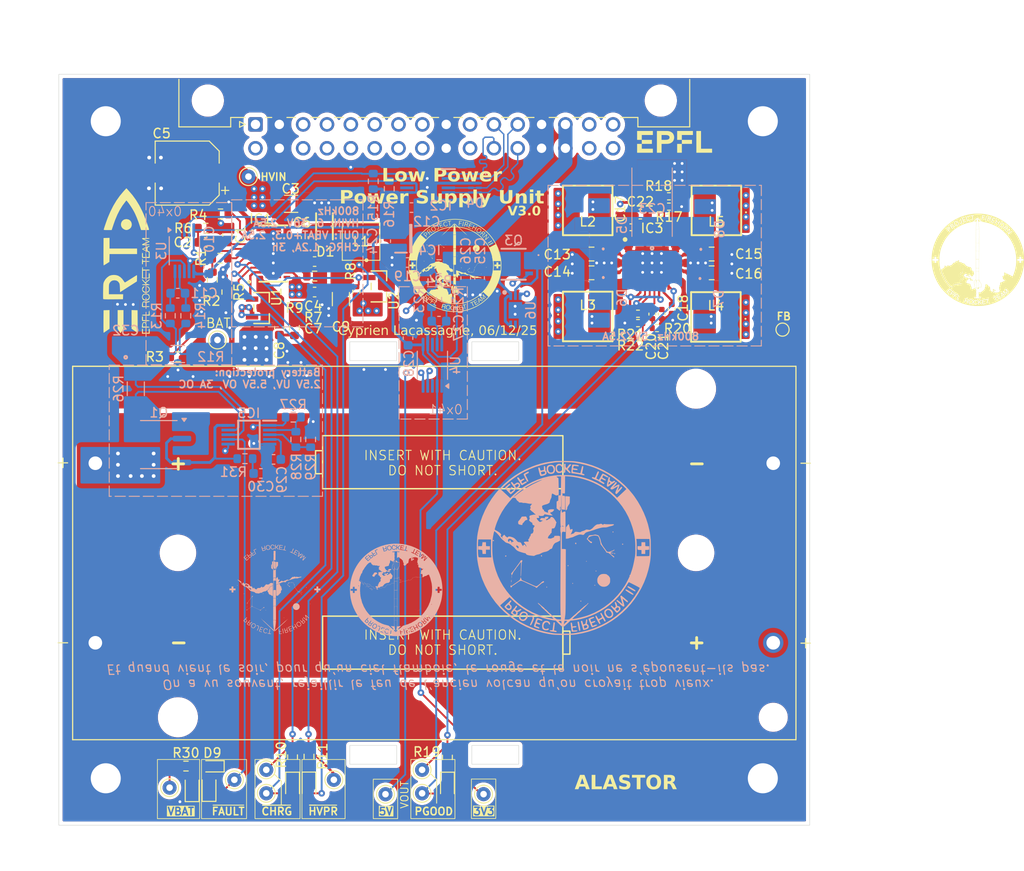
<source format=kicad_pcb>
(kicad_pcb (version 20241229) (generator "pcbnew") (generator_version "9.0")
  (layers (0 "F.Cu" signal) (4 "In1.Cu" power) (6 "In2.Cu" power) (2 "B.Cu" signal) (13 "F.Paste" user) (15 "B.Paste" user) (5 "F.SilkS" user "F.Silkscreen") (7 "B.SilkS" user "B.Silkscreen") (1 "F.Mask" user) (3 "B.Mask" user) (25 "Edge.Cuts" user))
  (net 0 "")
  (net 1 "GND")
  (net 2 "/Project Architecture/Battery Charger/BAT")
  (net 3 "/Project Architecture/Battery Charger/SW")
  (net 4 "/Project Architecture/Battery Charger/BOOST")
  (net 5 "/Project Architecture/Battery Charger/HVOUT")
  (net 6 "/Project Architecture/Battery Charger/HVIN")
  (net 7 "Net-(D2-K)")
  (net 8 "Net-(D3-K)")
  (net 9 "/Project Architecture/Battery Charger/*HVPR")
  (net 10 "/Project Architecture/Battery Charger/*CHRG")
  (net 11 "/Project Architecture/Battery Charger/PROG")
  (net 12 "/Project Architecture/Battery Charger/GATE")
  (net 13 "/Project Architecture/Battery Charger/VC")
  (net 14 "Net-(C2-Pad2)")
  (net 15 "Net-(IC1-TIMER)")
  (net 16 "Net-(C8-Pad2)")
  (net 17 "/Project Architecture/Battery Charger/VNTC")
  (net 20 "/Project Architecture/Battery Charger/RT")
  (net 21 "/Project Architecture/Battery Charger/NTC")
  (net 23 "Net-(IC1-CLPROG)")
  (net 24 "Net-(R2-Pad2)")
  (net 25 "+5V")
  (net 26 "Net-(U3-Vin-)")
  (net 27 "Net-(U3-Vin+)")
  (net 30 "/Project Architecture/Spine Interface/I2C_MON_SDAL")
  (net 35 "/Project Architecture/Spine Interface/I2C_MON_SCLL")
  (net 36 "/Project Architecture/Spine Interface/I2C_MON_SDAH")
  (net 37 "/Project Architecture/Spine Interface/I2C_MON_SCLH")
  (net 49 "+3V3")
  (net 51 "Net-(IC3-SS)")
  (net 52 "/Project Architecture/Boost/REFOUT")
  (net 53 "Net-(C20-Pad2)")
  (net 54 "/Project Architecture/Boost/COMP")
  (net 55 "/Project Architecture/Boost/SWA")
  (net 56 "/Project Architecture/Boost/SWB")
  (net 57 "/Project Architecture/Boost/SWC")
  (net 58 "/Project Architecture/Boost/SWD")
  (net 59 "Net-(IC3-ILIM)")
  (net 60 "/Project Architecture/Boost/FB")
  (net 61 "/Project Architecture/Boost/PGOOD")
  (net 62 "Net-(IC3-RT)")
  (net 64 "Net-(Q3-G)")
  (net 66 "/Project Architecture/Boost/VOUT")
  (net 67 "/Project Architecture/CHRG_OUT")
  (net 68 "/Project Architecture/Battery/BAT_P+")
  (net 69 "/Project Architecture/Boost/Ideal Diode/D_OUT")
  (net 70 "Net-(U4-Vin-)")
  (net 71 "Net-(U4-Vin+)")
  (net 72 "SDA")
  (net 73 "SCL")
  (net 75 "Net-(IC5-RETRY)")
  (net 76 "/Project Architecture/Battery/BAT_MON_VBUS")
  (net 77 "/Project Architecture/Battery/GATE")
  (net 78 "/Project Architecture/Battery/SENSE")
  (net 79 "/Project Architecture/Battery/OV")
  (net 80 "/Project Architecture/Battery/UV")
  (net 81 "Net-(Q1A-S1)")
  (net 82 "Net-(D9-A)")
  (net 83 "Net-(D10-A)")
  (net 84 "/Project Architecture/Battery/*FAULT")
  (net 85 "Net-(D12-K)")
  (net 86 "Net-(C30-Pad2)")
  (footprint "Capacitor_SMD:C_0402_1005Metric" (layer "F.Cu") (at 160.95 80.3)
    (property "Reference" "C17")
    (property "Value" "0.047u")
  )
  (footprint "Capacitor_SMD:C_0805_2012Metric" (layer "F.Cu") (at 156.75 85.15 180)
    (property "Reference" "C14")
    (property "Value" "4.7u 6.3V")
  )
  (footprint "Resistor_SMD:R_0603_1608Metric" (layer "F.Cu") (at 124.9 136.7375 90)
    (property "Reference" "R10")
    (property "Value" "680")
  )
  (footprint "Resistor_SMD:R_0402_1005Metric" (layer "F.Cu") (at 131.7 87.15 -90)
    (property "Reference" "R8")
    (property "Value" "1k 1%")
  )
  (footprint "Capacitor_SMD:C_1206_3216Metric" (layer "F.Cu") (at 124.75 77.8)
    (property "Reference" "C3")
    (property "Value" "1u 50V 1206")
  )
  (footprint "Resistor_SMD:R_0603_1608Metric" (layer "F.Cu") (at 117.175 83.6 180)
    (property "Reference" "R1")
    (property "Value" "13.2k 1%")
  )
  (footprint "TestPoint:TestPoint_THTPad_D1.5mm_Drill0.7mm" (layer "F.Cu") (at 138.7 140.6)
    (property "Reference" "TP12" (hide yes))
    (property "Value" "TestPoint")
  )
  (footprint "XAL5030-222MEC:XAL5030222MEC" (layer "F.Cu") (at 156.345 89.8)
    (property "Reference" "L3")
    (property "Value" "XAL5030-222MEC" (hide yes))
  )
  (footprint "Resistor_SMD:R_0402_1005Metric" (layer "F.Cu") (at 163.72552 91.037352)
    (property "Reference" "R20")
    (property "Value" "100k")
  )
  (footprint "Resistor_SMD:R_0603_1608Metric" (layer "F.Cu") (at 117.225 78.875)
    (property "Reference" "R4")
    (property "Value" "40.2k 1%")
  )
  (footprint "Capacitor_SMD:C_0603_1608Metric" (layer "F.Cu") (at 127.25 83.95)
    (property "Reference" "C4")
    (property "Value" "0.33u")
  )
  (footprint "TestPoint:TestPoint_THTPad_D1.5mm_Drill0.7mm" (layer "F.Cu") (at 118.7 139.1625)
    (property "Reference" "TP1" (hide yes))
    (property "Value" "TestPoint")
  )
  (footprint "Resistor_SMD:R_0603_1608Metric" (layer "F.Cu") (at 113.545 137.7)
    (property "Reference" "R30")
    (property "Value" "1k")
  )
  (footprint "DFLS240-7:POWERDI123" (layer "F.Cu") (at 128.3 80.2 90)
    (property "Reference" "D1")
    (property "Value" "DFLS240-7" (hide yes))
  )
  (footprint "Resistor_SMD:R_0402_1005Metric" (layer "F.Cu") (at 161.7 89.51)
    (property "Reference" "R21")
    (property "Value" "309k 1%")
  )
  (footprint "Battery_holder:BAT_1049" (layer "F.Cu") (at 140 115)
    (property "Reference" "BT1" (hide yes))
    (property "Value" "1049")
  )
  (footprint "LED_SMD:LED_0603_1608Metric" (layer "F.Cu") (at 126.65 139.825 -90)
    (property "Reference" "D3" (hide yes))
    (property "Value" "RED")
  )
  (footprint "Resistor_SMD:R_0603_1608Metric" (layer "F.Cu") (at 117.9 87.2 -90)
    (property "Reference" "R5")
    (property "Value" "40.2k 1%")
  )
  (footprint "XAL5030-222MEC:XAL5030222MEC" (layer "F.Cu") (at 170.055 78.5 180)
    (property "Reference" "L5")
    (property "Value" "XAL5030-222MEC" (hide yes))
  )
  (footprint "Resistor_SMD:R_0603_1608Metric" (layer "F.Cu") (at 125.1 91 90)
    (property "Reference" "R9")
    (property "Value" "1")
  )
  (footprint "MountingHole:MountingHole_3.2mm_M3_Pad" (layer "F.Cu") (at 175 69)
    (property "Reference" "REF**" (hide yes))
    (property "Value" "MountingHole_3.2mm_M3_Pad")
  )
  (footprint "Capacitor_SMD:C_0402_1005Metric" (layer "F.Cu") (at 163.22552 89.547352 -90)
    (property "Reference" "C20")
    (property "Value" "100p")
  )
  (footprint "Capacitor_SMD:C_0402_1005Metric" (layer "F.Cu") (at 126.2 81.4 90)
    (property "Reference" "C6")
    (property "Value" "0.47u 16V")
  )
  (footprint "MountingHole:MountingHole_3.2mm_M3_Pad" (layer "F.Cu") (at 105 139)
    (property "Reference" "REF**" (hide yes))
    (property "Value" "MountingHole_3.2mm_M3_Pad")
  )
  (footprint "LED_SMD:LED_0603_1608Metric" (layer "F.Cu") (at 116 139.975 90)
    (property "Reference" "D11" (hide yes))
    (property "Value" "LED")
  )
  (footprint "LOGO" (layer "F.Cu") (at 197.9 83.7)
    (property "Reference" "G***" (hide yes))
    (property "Value" "LOGO" (hide yes))
  )
  (footprint "clipboard:e217d653-9ca6-42b6-800f-449a50bd8d7b" (layer "F.Cu") (at 141.194938 85.927681)
    (property "Reference" "")
    (property "Value" "")
  )
  (footprint "Capacitor_SMD:C_0603_1608Metric" (layer "F.Cu") (at 127.25 87.2)
    (property "Reference" "C7")
    (property "Value" "4.7u 6.3V")
  )
  (footprint "Capacitor_SMD:CP_Elec_6.3x5.7" (layer "F.Cu") (at 113.675 74.525 180)
    (property "Reference" "C5")
    (property "Value" "22u 50V")
  )
  (footprint "Resistor_SMD:R_0402_1005Metric" (layer "F.Cu") (at 165 78.1)
    (property "Reference" "R17")
    (property "Value" "69.8k 1%")
  )
  (footprint "TestPoint:TestPoint_THTPad_D1.5mm_Drill0.7mm" (layer "F.Cu") (at 116.9 92.3)
    (property "Reference" "TP2" (hide yes))
    (property "Value" "TestPoint")
  )
  (footprint "SI2333DS_T1_E3:TO-236_VIS" (layer "F.Cu") (at 134.1 86.600001 -90)
    (property "Reference" "U2")
    (property "Value" "SI2333DS-T1-E3")
  )
  (footprint "LOGO" (layer "F.Cu") (at 142.190234 84.294582)
    (property "Reference" "G***" (hide yes))
    (property "Value" "LOGO" (hide yes))
  )
  (footprint "Diode_SMD:D_SOD-523" (layer "F.Cu") (at 116.355 137.725 180)
    (property "Reference" "D9")
    (property "Value" "1N4148WT")
  )
  (footprint "Capacitor_SMD:C_0603_1608Metric" (layer "F.Cu") (at 117.975 81.1 90)
    (property "Reference" "C1")
    (property "Value" "10p")
  )
  (footprint "Capacitor_SMD:C_0402_1005Metric" (layer "F.Cu") (at 165.3 89 -90)
    (property "Reference" "C18")
    (property "Value" "0.1u")
  )
  (footprint "Resistor_SMD:R_0603_1608Metric" (layer "F.Cu") (at 112.7 94.1)
    (property "Reference" "R3")
    (property "Value" "10k 1% NTC")
  )
  (footprint "clipboard:15541473-41a3-4e59-92d6-8b4c3aabbba7" (layer "F.Cu") (at 141.79 87.87)
    (property "Reference" "")
    (property "Value" "")
  )
  (footprint "Capacitor_SMD:C_0805_2012Metric" (layer "F.Cu") (at 156.75 83.15 180)
    (property "Reference" "C13")
    (property "Value" "4.7u 6.3V")
  )
  (footprint "XAL5030-222MEC:XAL5030222MEC" (layer "F.Cu") (at 156.345 78.5)
    (property "Reference" "L2")
    (property "Value" "XAL5030-222MEC" (hide yes))
  )
  (footprint "TestPoint:TestPoint_THTPad_D1.5mm_Drill0.7mm" (layer "F.Cu") (at 145.25 140.69)
    (property "Reference" "TP9" (hide yes))
    (property "Value" "TestPoint")
  )
  (footprint "LTC4090EDJC#PBF:LTC4089EDJC5TRPBF" (layer "F.Cu") (at 122.85 83.1 -90)
    (property "Reference" "IC1")
    (property "Value" "LTC4090EDJC#PBF" (hide yes))
  )
  (footprint "SI2333DS_T1_E3:TO-236_VIS" (layer "F.Cu") (at 121.6 88.9 -90)
    (property "Reference" "U1")
    (property "Value" "SI2333DS-T1-E3")
  )
  (footprint "clipboard:ccc62e58-9371-4924-8f86-4d5efdc4ee1b" (layer "F.Cu") (at 139.755761 86.018486)
    (property "Reference" "")
    (property "Value" "")
  )
  (footprint "XAL5030-222MEC:XAL5030222MEC" (layer "F.Cu") (at 170 89.85 180)
    (property "Reference" "L4")
    (property "Value" "XAL5030-222MEC" (hide yes))
  )
  (footprint "Resistor_SMD:R_0603_1608Metric" (layer "F.Cu") (at 116.35 85.9 -90)
    (property "Reference" "R2")
    (property "Value" "1.97k 1%")
  )
  (footprint "Resistor_SMD:R_0402_1005Metric" (layer "F.Cu") (at 161.7 90.51 180)
    (property "Reference" "R22")
    (property "Value" "100k 1%")
  )
  (footprint "MountingHole:MountingHole_3.2mm_M3_Pad" (layer "F.Cu") (at 105 69)
    (property "Reference" "REF**" (hide yes))
    (property "Value" "MountingHole_3.2mm_M3_Pad")
  )
  (footprint "clipboard:11fece85-f3fb-4dd6-be07-193cfbd3dfbf" (layer "F.Cu") (at 194.314657 85.58888)
    (property "Reference" "")
    (property "Value" "")
  )
  (footprint "MountingHole:MountingHole_3.2mm_M3_Pad" (layer "F.Cu") (at 175 139)
    (property "Reference" "REF**" (hide yes))
    (property "Value" "MountingHole_3.2mm_M3_Pad")
  )
  (footprint "Resistor_SMD:R_0402_1005Metric" (layer "F.Cu") (at 165 77)
    (property "Reference" "R18")
    (property "Value" "15k 1%")
  )
  (footprint "Capacitor_SMD:C_0805_2012Metric" (layer "F.Cu") (at 169.55 83.15)
    (property "Reference" "C15")
    (property "Value" "4.7u 6.3V")
  )
  (footprint "LED_SMD:LED_0603_1608Metric" (layer "F.Cu") (at 114.2 140 90)
    (property "Reference" "D10" (hide yes))
    (property "Value" "LED")
  )
  (footprint "Capacitor_SMD:C_0603_1608Metric" (layer "F.Cu") (at 115.655 81.9 180)
    (property "Reference" "C2")
    (property "Value" "270p")
  )
  (footprint "TestPoint:TestPoint_THTPad_D1.5mm_Drill0.7mm" (layer "F.Cu") (at 129.3 139.1625)
    (property "Reference" "TP7" (hide yes))
    (property "Value" "TestPoint")
  )
  (footprint "Resistor_SMD:R_0603_1608Metric" (layer "F.Cu") (at 115.655 80.4)
    (property "Reference" "R6")
    (property "Value" "59k 1%")
  )
  (footprint "LOGO" (layer "F.Cu") (at 107.197316 83.875468)
    (property "Reference" "G***" (hide yes))
    (property "Value" "LOGO" (hide yes))
  )
  (footprint "Capacitor_SMD:C_0402_1005Metric" (layer "F.Cu") (at 164.22552 89.537352 -90)
    (property "Reference" "C21")
    (property "Value" "10p")
  )
  (footprint "TestPoint:TestPoint_THTPad_D1.5mm_Drill0.7mm" (layer "F.Cu") (at 122.1 140.6)
    (property "Reference" "TP4" (hide yes))
    (property "Value" "TestPoint")
  )
  (footprint "Capacitor_SMD:C_0603_1608Metric" (layer "F.Cu") (at 161.95 78.9 180)
    (property "Reference" "C22")
    (property "Value" "2.2u 6.3V")
  )
  (footprint "Resistor_SMD:R_0603_1608Metric" (layer "F.Cu") (at 141.4 136.775 -90)
    (property "Reference" "R19")
    (property "Value" "1k")
  )
  (footprint "Resistor_SMD:R_0603_1608Metric" (layer "F.Cu") (at 126.65 136.675 90)
    (property "Reference" "R11")
    (property "Value" "680")
  )
  (footprint "XAL4030-682MEC:XFL4030472MEB" (layer "F.Cu") (at 132.2 81.815 -90)
    (property "Reference" "L1")
    (property "Value" "XAL4030-682MEC" (hide yes))
  )
  (footprint "Capacitor_SMD:C_0805_2012Metric" (layer "F.Cu") (at 169.55 85.15)
    (property "Reference" "C16")
    (property "Value" "4.7u 6.3V")
  )
  (footprint "LED_SMD:LED_0603_1608Metric" (layer "F.Cu") (at 141.4 139.8375 -90)
    (property "Reference" "D12" (hide yes))
    (property "Value" "LED")
  )
  (footprint "Capacitor_SMD:C_1206_3216Metric" (layer "F.Cu") (at 130.05 87.95 -90)
    (property "Reference" "C9")
    (property "Value" "22u 6.3V 1206")
  )
  (footprint "LED_SMD:LED_0603_1608Metric" (layer "F.Cu") (at 124.9 139.8375 -90)
    (property "Reference" "D2" (hide yes))
    (property "Value" "GREEN")
  )
  (footprint "LTC3425EUH#PBF:QFN50P500X500X80-33N-D" (layer "F.Cu") (at 163.2 84.1)
    (property "Reference" "IC3")
    (property "Value" "LTC3425EUH#PBF" (hide yes))
  )
  (footprint "Connector_DIN:DIN41612_B2_2x16_Male_Horizontal_THT" (layer "F.Cu") (at 120.95 69.34)
    (property "Reference" "J1" (hide yes))
    (property "Value" "DIN41612_02x16_AB")
  )
  (footprint "Resistor_SMD:R_0603_1608Metric" (layer "F.Cu") (at 127.25 85.5)
    (property "Reference" "R7")
    (property "Value" "422 1%")
  )
  (footprint "TestPoint:TestPoint_THTPad_D1.5mm_Drill0.7mm" (layer "F.Cu") (at 134.8 140.7)
    (property "Reference" "TP8" (hide yes))
    (property "Value" "TestPoint")
  )
  (footprint "TestPoint:TestPoint_THTPad_D1.5mm_Drill0.7mm" (layer "F.Cu") (at 122.1 138.1)
    (property "Reference" "TP6" (hide yes))
    (property "Value" "TestPoint")
  )
  (footprint "TestPoint:TestPoint_THTPad_D1.5mm_Drill0.7mm" (layer "F.Cu") (at 138.7 138.1)
    (property "Reference" "TP11" (hide yes))
    (property "Value" "TestPoint")
  )
  (footprint "TestPoint:TestPoint_Pad_D1.0mm" (layer "F.Cu") (at 177.1 91.2)
    (property "Reference" "TP10" (hide yes))
    (property "Value" "TestPoint")
  )
  (footprint "LOGO" (layer "F.Cu") (at 165.6 71.2)
    (property "Reference" "G***" (hide yes))
    (property "Value" "LOGO" (hide yes))
  )
  (footprint "TestPoint:TestPoint_THTPad_D1.5mm_Drill0.7mm" (layer "F.Cu") (at 111.8 140)
    (property "Reference" "TP5" (hide yes))
    (property "Value" "TestPoint")
  )
  (footprint "TestPoint:TestPoint_THTPad_D1.5mm_Drill0.7mm" (layer "F.Cu") (at 120.2 74.9)
    (property "Reference" "TP3" (hide yes))
    (property "Value" "TestPoint")
  )
  (footprint "Capacitor_SMD:C_0603_1608Metric" (layer "F.Cu") (at 123.5 91 -90)
    (property "Reference" "C8")
    (property "Value" "4.7u 6.3V")
  )
  (footprint "LT3960EMSE#PBF:SOP50P490X110-11N" (layer "B.Cu") (at 139.288 75.6 180)
    (property "Reference" "IC2")
    (property "Value" "LT3960EMSE#PBF" (hide yes))
  )
  (footprint "Capacitor_SMD:C_0603_1608Metric" (layer "B.Cu") (at 112.675 87.325 180)
    (property "Reference" "C11")
    (property "Value" "0.47u")
  )
  (footprint "Resistor_SMD:R_0603_1608Metric" (layer "B.Cu") (at 125.25 102.9 -90)
    (property "Reference" "R28")
    (property "Value" "163k 1%")
  )
  (footprint "Resistor_SMD:R_0603_1608Metric" (layer "B.Cu") (at 141.3 88 90)
    (property "Reference" "R25")
    (property "Value" "10")
  )
  (footprint "Package_SO:SOIC-8_3.9x4.9mm_P1.27mm" (layer "B.Cu") (at 110.65 103.45 180)
    (property "Reference" "Q1")
    (property "Value" "FDS9926A")
  )
  (footprint "Capacitor_SMD:C_0603_1608Metric" (layer "B.Cu") (at 140.5 90.3)
    (property "Reference" "C27")
    (property "Value" "0.47u")
  )
  (footprint "Capacitor_SMD:C_0603_1608Metric" (layer "B.Cu") (at 134.825 81.775 -90)
    (property "Reference" "C24")
    (property "Value" "1u")
  )
  (footprint "LOGO" (layer "B.Cu") (at 135.930844 118.99119)
    (property "Reference" "G***" (hide yes))
    (property "Value" "LOGO" (hide yes))
  )
  (footprint "TPS7A0533PDBZR:SOT95P237X112-3N" (layer "B.Cu") (at 137.5 81.5)
    (property "Reference" "IC4")
    (property "Value" "TPS7A0533PDBZR" (hide yes))
  )
  (footprint "Capacitor_SMD:C_0603_1608Metric" (layer "B.Cu") (at 137.575 78.2)
    (property "Reference" "C12")
    (property "Value" "2u2")
  )
  (footprint "Resistor_SMD:R_0603_1608Metric" (layer "B.Cu") (at 111.875 89.725 -90)
    (property "Reference" "R13")
    (property "Value" "10")
  )
  (footprint "Package_SO:VSSOP-10_3x3mm_P0.5mm" (layer "B.Cu") (at 113.375 82.8 -90)
    (property "Reference" "U3")
    (property "Value" "INA228")
  )
  (footprint "Capacitor_SMD:C_0603_1608Metric" (layer "B.Cu") (at 137.2 92.1 90)
    (property "Reference" "C28")
    (property "Value" "0.1u")
  )
  (footprint "Resistor_SMD:R_1206_3216Metric" (layer "B.Cu") (at 112.675 93.8 180)
    (property "Reference" "R12")
    (property "Value" "0.042")
  )
  (footprint "Resistor_SMD:R_0603_1608Metric" (layer "B.Cu") (at 126.825 102.9 90)
    (property "Reference" "R29")
    (property "Value" "136k 1%")
  )
  (footprint "Capacitor_SMD:C_0603_1608Metric" (layer "B.Cu") (at 122.875 105.025 180)
    (property "Reference" "C29")
    (property "Value" "22n")
  )
  (footprint "LTC4357IDCB#TRMPBF:SON50P300X200X80-7N-D" (layer "B.Cu") (at 148.6385 89.1385 -90)
    (property "Reference" "U6")
    (property "Value" "LTC4357DCB" (hide yes))
  )
  (footprint "Resistor_SMD:R_0603_1608Metric" (layer "B.Cu") (at 124.975 100.525)
    (property "Reference" "R27")
    (property "Value" "1.2M 1%")
  )
  (footprint "Resistor_SMD:R_0603_1608Metric" (layer "B.Cu") (at 135.2 76.2 90)
    (property "Reference" "R16")
    (property "Value" "4k7")
  )
  (footprint "6TPE150M:POSCAP_D12_D15_D15E_D2E_D2_D3L_D4" (layer "B.Cu") (at 163.2 77.625 90)
    (property "Reference" "C23")
    (property "Value" "6TPE150M" (hide yes))
  )
  (footprint "LOGO" (layer "B.Cu") (at 123.010234 118.945418)
    (property "Reference" "G***" (hide yes))
    (property "Value" "LOGO" (hide yes))
  )
  (footprint "10TPB47M:POSCAP_B1_B1S_B1G_B15G_B2_B2S" (layer "B.Cu") (at 107.125 91.3 90)
    (property "Reference" "C32")
    (property "Value" "10TPB47M" (hide yes))
  )
  (footprint "Capacitor_SMD:C_0603_1608Metric" (layer "B.Cu") (at 144.825 85.7 -90)
    (property "Reference" "C25")
    (property "Value" "22u")
  )
  (footprint "UPS5817E3_TR7:UPS5817E3TR7" (layer "B.Cu") (at 158 80.45 90)
    (property "Reference" "D5")
    (property "Value" "UPS5817E3_TR7" (hide yes))
  )
  (footprint "Capacitor_SMD:C_0603_1608Metric" (layer "B.Cu") (at 137.15 84.05 180)
    (property "Reference" "C19")
    (property "Value" "1u")
  )
  (footprint "Capacitor_SMD:C_0603_1608Metric" (layer "B.Cu") (at 143.35 85.7 -90)
    (property "Reference" "C26")
    (property "Value" "22u")
  )
  (footprint "Resistor_SMD:R_1206_3216Metric" (layer "B.Cu") (at 108.2 97.5 -90)
    (property "Reference" "R26")
    (property "Value" "0.0125")
  )
  (footprint "Resistor_SMD:R_0603_1608Metric" (layer "B.Cu") (at 133.5 75.4 90)
    (property "Reference" "R15")
    (property "Value" "4k7")
  )
  (footprint "Resistor_SMD:R_0603_1608Metric" (layer "B.Cu") (at 119.825 104.95 180)
    (property "Reference" "R31")
    (property "Value" "22k")
  )
  (footprint "PSMN6R4-30MLDX:PSMN6R430MLDX" (layer "B.Cu") (at 148.4485 84.2385 -90)
    (property "Reference" "Q3")
    (property "Value" "PSMN6R4-30MLDX" (hide yes))
  )
  (footprint "UPS5817E3_TR7:UPS5817E3TR7" (layer "B.Cu") (at 168.4 80.495 90)
    (property "Reference" "D8")
    (property "Value" "UPS5817E3_TR7" (hide yes))
  )
  (footprint "LTC4368IMS-1#PBF:SOP50P490X110-10N" (layer "B.Cu") (at 120.25 102.4 180)
    (property "Reference" "IC5")
    (property "Value" "LTC4368IMS-1#PBF" (hide yes))
  )
  (footprint "Package_SO:VSSOP-10_3x3mm_P0.5mm" (layer "B.Cu") (at 139.8 95 90)
    (property "Reference" "U4")
    (property "Value" "INA228")
  )
  (footprint "Resistor_SMD:R_0603_1608Metric" (layer "B.Cu") (at 139.7 88 90)
    (property "Reference" "R23")
    (property "Value" "10")
  )
  (footprint "Capacitor_SMD:C_0603_1608Metric" (layer "B.Cu") (at 115.975 84.5 90)
    (property "Reference" "C10")
    (property "Value" "0.1u")
  )
  (footprint "UPS5817E3_TR7:UPS5817E3TR7" (layer "B.Cu") (at 158 87.805 -90)
    (property "Reference" "D6")
    (property "Value" "UPS5817E3_TR7" (hide yes))
  )
  (footprint "Resistor_SMD:R_0603_1608Metric" (layer "B.Cu") (at 113.525 89.725 -90)
    (property "Reference" "R14")
    (property "Value" "10")
  )
  (footprint "Capacitor_SMD:C_0603_1608Metric" (layer "B.Cu") (at 121.525 106.525 180)
    (property "Reference" "C30")
    (property "Value" "3.3n")
  )
  (footprint "PESD4USB3UTBS-QX:PESD4USB3UTBSQX" (layer "B.Cu") (at 144.325 75.6 -90)
    (property "Reference" "D4")
    (property "Value" "PESD4USB3UTBS-QX" (hide yes))
  )
  (footprint "UPS5817E3_TR7:UPS5817E3TR7" (layer "B.Cu") (at 168.3 87.905 -90)
    (property "Reference" "D7")
    (property "Value" "UPS5817E3_TR7" (hide yes))
  )
  (footprint "LOGO" (layer "B.Cu") (at 153.8 114.5)
    (property "Reference" "G***" (hide yes))
    (property "Value" "LOGO" (hide yes))
  )
  (footprint "Resistor_SMD:R_0805_2012Metric" (layer "B.Cu") (at 140.5 84.5)
    (property "Reference" "R24")
    (property "Value" "0.021")
  )
  (gr_rect (start 133.5 139.1) (end 136.1 143.3) (stroke (width 0.08)) (fill no) (layer "F.SilkS"))
  (gr_line (start 101.47 102.625) (end 101.47 108.225) (stroke (width 0.1)) (layer "F.SilkS"))
  (gr_rect (start 115.2 137) (end 120 143.3) (stroke (width 0.08)) (fill no) (layer "F.SilkS"))
  (gr_poly (pts (xy 146.279609 83.851781) (xy 147.041451 83.851781) (xy 146.971451 83.471781) (xy 146.209609 83.471781)) (stroke (width 0.1)) (fill yes) (layer "F.SilkS"))
  (gr_poly (pts (xy 145.8 87.68) (xy 145.24 87.16) (xy 145.44 86.93) (xy 146.07 87.36)) (stroke (width 0.1)) (fill yes) (layer "F.SilkS"))
  (gr_circle (center 142.2 84.362949) (end 147.12 84.39) (stroke (width 0.07)) (fill no) (layer "F.SilkS"))
  (gr_line (start 146.23 81.95) (end 145.85 82.17) (stroke (width 0.07)) (layer "F.SilkS"))
  (gr_circle (center 142.2 84.362798) (end 146.3 84.51) (stroke (width 0.07)) (fill no) (layer "F.SilkS"))
  (gr_rect (start 128.1 102.5) (end 153.7 108.15) (stroke (width 0.15)) (fill no) (layer "F.SilkS"))
  (gr_line (start 121.7 141.8625) (end 124.7 141.8625) (stroke (width 0.1)) (layer "F.SilkS"))
  (gr_rect (start 125.9 137) (end 130.5 143.3) (stroke (width 0.08)) (fill no) (layer "F.SilkS"))
  (gr_line (start 142.07 84.173958) (end 142.07 85.466041) (stroke (width 0.05)) (layer "F.SilkS"))
  (gr_rect (start 137.5 137) (end 142.2 143.3) (stroke (width 0.08)) (fill no) (layer "F.SilkS"))
  (gr_rect (start 110.5 137) (end 115 143.3) (stroke (width 0.08)) (fill no) (layer "F.SilkS"))
  (gr_line (start 140.25 139.15) (end 139.55 138.45) (stroke (width 0.1)) (layer "F.SilkS"))
  (gr_line (start 127.385 141.8625) (end 126.7 141.8625) (stroke (width 0.1)) (layer "F.SilkS"))
  (gr_line (start 123.7 141.8) (end 123.7 139.3) (stroke (width 0.1)) (layer "F.SilkS"))
  (gr_line (start 119.7 141.8625) (end 116.435 141.8625) (stroke (width 0.1)) (layer "F.SilkS"))
  (gr_arc (start 146.621874 85.309152) (mid 146.299703 86.260635) (end 145.775425 87.117517) (stroke (width 0.8)) (layer "F.SilkS"))
  (gr_arc (start 137.778414 83.429648) (mid 138.068633 82.556303) (end 138.53 81.76) (stroke (width 0.8)) (layer "F.SilkS"))
  (gr_rect (start 128.1 121.725) (end 153.7 127.375) (stroke (width 0.15)) (fill no) (layer "F.SilkS"))
  (gr_poly (pts (xy 138.52 81.13) (xy 139.1 81.64) (xy 138.88 81.91) (xy 138.25 81.48)) (stroke (width 0.1)) (fill yes) (layer "F.SilkS"))
  (gr_poly (pts (xy 138.111842 83.78) (xy 137.35 83.78) (xy 137.42 83.4) (xy 138.181842 83.4)) (stroke (width 0.1)) (fill yes) (layer "F.SilkS"))
  (gr_line (start 146.11 81.75) (end 145.74 81.99) (stroke (width 0.07)) (layer "F.SilkS"))
  (gr_rect (start 143.95 139.08) (end 146.55 143.28) (stroke (width 0.08)) (fill no) (layer "F.SilkS"))
  (gr_rect (start 101.47 95.11) (end 121.475 95.11) (stroke (width 0.1)) (fill no) (layer "F.SilkS"))
  (gr_line (start 124.165 141.8625) (end 121.7 141.8625) (stroke (width 0.1)) (layer "F.SilkS"))
  (gr_line (start 101.47 95.11) (end 101.47 102.625) (stroke (width 0.1)) (layer "F.SilkS"))
  (gr_rect (start 120.9 137) (end 125.7 143.3) (stroke (width 0.08)) (fill no) (layer "F.SilkS"))
  (gr_poly (pts (xy 146.3 84.94) (xy 147.061842 84.94) (xy 146.991842 85.32) (xy 146.23 85.32)) (stroke (width 0.1)) (fill yes) (layer "F.SilkS"))
  (gr_arc (start 146.38 82.74) (mid 146.517171 83.114535) (end 146.620795 83.499704) (stroke (width 0.8)) (layer "F.SilkS"))
  (gr_poly (pts (xy 138.579703 87.649365) (xy 139.139703 87.129365) (xy 138.939703 86.899365) (xy 138.309703 87.329365)) (stroke (width 0.1)) (fill yes) (layer "F.SilkS"))
  (gr_line (start 123.7 139.3) (end 123 138.6) (stroke (width 0.1)) (layer "F.SilkS"))
  (gr_line (start 140.25 141.65) (end 140.25 139.15) (stroke (width 0.1)) (layer "F.SilkS"))
  (gr_poly (pts (xy 141.83 87.5) (xy 141.79 88.32) (xy 141.76 88.38) (xy 141.77 88.39) (xy 141.77 88.36) (xy 141.74 88.38) (xy 141.73 88.38) (xy 141.73 87.5)) (stroke (width 0.05)) (fill yes) (layer "F.SilkS"))
  (gr_poly (pts (xy 138.079703 84.909365) (xy 137.33 84.909365) (xy 137.387861 85.289365) (xy 138.149703 85.289365)) (stroke (width 0.1)) (fill yes) (layer "F.SilkS"))
  (gr_poly (pts (xy 146.55 82.15) (xy 145.89 82.49) (xy 146.08 82.9) (xy 146.74 82.57)) (stroke (width 0.1)) (fill yes) (layer "F.SilkS"))
  (gr_poly (pts (xy 140.16 84.32) (xy 140.14 84.59) (xy 141.23 85.14) (xy 141.37 85.16) (xy 141.35 85.09) (xy 141.32 85.05) (xy 141.32 85.03) (xy 141.3 85) (xy 141.28 84.93) (xy 141.28 84.57)) (stroke (width 0.02)) (fill yes) (layer "F.SilkS"))
  (gr_line (start 126.7 141.8625) (end 129.6 141.8625) (stroke (width 0.1)) (layer "F.SilkS"))
  (gr_rect (start 153.7 123.325) (end 154.45 125.775) (stroke (width 0.15)) (fill no) (layer "F.SilkS"))
  (gr_rect (start 127.35 104.1) (end 128.1 106.55) (stroke (width 0.15)) (fill no) (layer "F.SilkS"))
  (gr_arc (start 138.604278 87.086882) (mid 138.08 86.23) (end 137.757829 85.278517) (stroke (width 0.8)) (layer "F.SilkS"))
  (gr_rect (start 105.37 94.99) (end 128.09 108.96) (stroke (width 0.1) (type dash)) (fill no) (layer "B.SilkS"))
  (gr_rect (start 109.29 77.67) (end 118.42 94.95) (stroke (width 0.1) (type dash)) (fill no) (layer "B.SilkS"))
  (gr_rect (start 152.12 75.83) (end 174.84 92.94) (stroke (width 0.1) (type dash)) (fill no) (layer "B.SilkS"))
  (gr_rect (start 136.25 86.63) (end 143.52 100.73) (stroke (width 0.1) (type dash)) (fill no) (layer "B.SilkS"))
  (gr_line (start 134.28 122.56) (end 134.26 122.96) (stroke (width 0.05)) (layer "B.SilkS"))
  (gr_rect (start 118.42 77.37) (end 132.4 90.9) (stroke (width 0.1) (type dash)) (fill no) (layer "B.SilkS"))
  (gr_line (start 133.98 122.54) (end 133.99 122.92) (stroke (width 0.05)) (layer "B.SilkS"))
  (gr_rect (start 144 135.5) (end 149 137.5) (stroke (width 0.05)) (fill no) (layer "Edge.Cuts"))
  (gr_rect (start 100 64) (end 180 144) (stroke (width 0.05)) (fill no) (layer "Edge.Cuts"))
  (gr_rect (start 144 92.5) (end 149 94.5) (stroke (width 0.05)) (fill no) (layer "Edge.Cuts"))
  (gr_rect (start 131 92.5) (end 136 94.5) (stroke (width 0.05)) (fill no) (layer "Edge.Cuts"))
  (gr_rect (start 131 135.5) (end 136 137.5) (stroke (width 0.05)) (fill no) (layer "Edge.Cuts"))
  (gr_text "HVIN" (at 121.4 75.4 0) (layer "F.SilkS") (effects (font (size 0.8 0.8) (thickness 0.16) (bold yes)) (justify left bottom)))
  (gr_text "-" (at 166.85 106.275 0) (layer "F.SilkS") (effects (font (size 1.5 1.5) (thickness 0.3) (bold yes)) (justify left bottom)))
  (gr_text "+\n" (at 166.825 125.35 0) (layer "F.SilkS") (effects (font (size 1.5 1.5) (thickness 0.3) (bold yes)) (justify left bottom)))
  (gr_text "+" (at 111.6 106.275 0) (layer "F.SilkS") (effects (font (size 1.5 1.5) (thickness 0.3) (bold yes)) (justify left bottom)))
  (gr_text "VBAT" (at 111.5 143 0) (layer "F.SilkS" knockout) (effects (font (size 0.8 0.8) (thickness 0.16) (bold yes)) (justify left bottom)))
  (gr_text "FAULT" (at 116.2 143 0) (layer "F.SilkS") (effects (font (size 0.8 0.8) (thickness 0.16) (bold yes)) (justify left bottom)))
  (gr_text "Cyprien Lacassagne, 06/12/25" (at 150.99 91.94 0) (layer "F.SilkS") (effects (font (size 1 1) (thickness 0.125)) (justify right bottom)))
  (gr_text "3V3" (at 144.08 142.99 0) (layer "F.SilkS" knockout) (effects (font (size 0.8 0.8) (thickness 0.16) (bold yes)) (justify left bottom)))
  (gr_text "VOUT" (at 137.3 142.3 90) (layer "F.SilkS") (effects (font (size 0.8 0.8) (thickness 0.1)) (justify left bottom)))
  (gr_text "INSERT WITH CAUTION.\nDO NOT SHORT." (at 140.9 106.8 0) (layer "F.SilkS") (effects (font (size 1 1) (thickness 0.1)) (justify bottom)))
  (gr_text "FB" (at 176.38 90.26 0) (layer "F.SilkS") (effects (font (size 0.8 0.8) (thickness 0.16) (bold yes)) (justify left bottom)))
  (gr_text "-" (at 111.65 125.35 0) (layer "F.SilkS") (effects (font (size 1.5 1.5) (thickness 0.3) (bold yes)) (justify left bottom)))
  (gr_text "Low Power\nPower Supply Unit" (at 140.8 78 0) (layer "F.SilkS") (effects (font (size 1.4 1.5) (thickness 0.1875)) (justify bottom)))
  (gr_text "INSERT WITH CAUTION.\nDO NOT SHORT." (at 140.9 125.925 0) (layer "F.SilkS") (effects (font (size 1 1) (thickness 0.1)) (justify bottom)))
  (gr_text "5V" (at 134 143 0) (layer "F.SilkS" knockout) (effects (font (size 0.8 0.8) (thickness 0.16) (bold yes)) (justify left bottom)))
  (gr_text "CHRG" (at 121.5 143 0) (layer "F.SilkS") (effects (font (size 0.8 0.8) (thickness 0.16) (bold yes)) (justify left bottom)))
  (gr_text "ALASTOR" (at 154.95 140.42 0) (layer "F.SilkS") (effects (font (size 1.5 1.5) (thickness 0.1)) (justify left bottom)))
  (gr_text "V3.0" (at 147.8 79.2 0) (layer "F.SilkS") (effects (font (size 1 1) (thickness 0.1) (italic yes)) (justify left bottom)))
  (gr_text "HVPR" (at 126.5 143 0) (layer "F.SilkS") (effects (font (size 0.8 0.8) (thickness 0.16) (bold yes)) (justify left bottom)))
  (gr_text "BAT" (at 115.6 91.1 0) (layer "F.SilkS") (effects (font (size 1 1) (thickness 0.125)) (justify left bottom)))
  (gr_text "PGOOD" (at 137.8 143 0) (layer "F.SilkS") (effects (font (size 0.8 0.8) (thickness 0.16) (bold yes)) (justify left bottom)))
  (gr_text "800kHz\nHVIN: 6-36V, 2.5A\nOUT: VBAT+0.3, 2.5A\nCHRG: 1.2A, 3h" (at 132.1 82.9 0) (layer "B.SilkS") (effects (font (size 0.8 0.8) (thickness 0.16) (bold yes)) (justify left bottom mirror)))
  (gr_text "0x41" (at 143.1 100.3 0) (layer "B.SilkS") (effects (font (size 1 1) (thickness 0.1)) (justify left bottom mirror)))
  (gr_text "Battery protection:\n2.5V UV, 5.5V OV, 3A OC" (at 128 97.5 0) (layer "B.SilkS") (effects (font (size 0.8 0.8) (thickness 0.16) (bold yes)) (justify left bottom mirror)))
  (gr_text "0x40" (at 113.2 79.2 0) (layer "B.SilkS") (effects (font (size 1 1) (thickness 0.1)) (justify left bottom mirror)))
  (gr_text "800kHz, 5V/2.5A" (at 168.3 92.4 0) (layer "B.SilkS") (effects (font (size 0.8 0.8) (thickness 0.16) (bold yes)) (justify left bottom mirror)))
  (gr_text "On a vu souvent, rejaillir le feu de l'ancien volcan qu'on croyait trop vieux.\nEt quand vient le soir, pour qu'un ciel flamboie, le rouge et le noir ne s'épousent-ils pas." (at 140.4 126.8 180) (layer "B.SilkS") (effects (font (size 1 1) (thickness 0.125) (italic yes)) (justify bottom mirror)))
  (segment (start 160.47 79.605) (end 160.47 80.3) (width 0.25) (layer "F.Cu") (net 1))
  (segment (start 165.51 77) (end 165.51 78.1) (width 0.2) (layer "F.Cu") (net 1))
  (segment (start 162.45 83.35) (end 163.2 84.1) (width 0.25) (layer "F.Cu") (net 1))
  (segment (start 164.45 81.65) (end 164.45 82.352) (width 0.25) (layer "F.Cu") (net 1))
  (segment (start 162.45 81.65) (end 162.45 83.35) (width 0.25) (layer "F.Cu") (net 1))
  (segment (start 117.2625 79.8625) (end 117.0375 79.8625) (width 0.2) (layer "F.Cu") (net 1))
  (segment (start 161.175 78.9) (end 160.47 79.605) (width 0.25) (layer "F.Cu") (net 1))
  (segment (start 161.95 82.85) (end 162.2 83.1) (width 0.25) (layer "F.Cu") (net 1))
  (segment (start 164.817352 90.017352) (end 164.22552 90.017352) (width 0.25) (layer "F.Cu") (net 1))
  (segment (start 161.18 90.5) (end 161.19 90.51) (width 0.2) (layer "F.Cu") (net 1))
  (segment (start 161.45 86.55) (end 161.45 85.85) (width 0.25) (layer "F.Cu") (net 1))
  (segment (start 164.45 82.85) (end 163.2 84.1) (width 0.25) (layer "F.Cu") (net 1))
  (segment (start 165.3 89.9) (end 165.3 89.48) (width 0.25) (layer "F.Cu") (net 1))
  (segment (start 117.9 86.375) (end 117.9 86) (width 0.2) (layer "F.Cu") (net 1))
  (segment (start 164.23552 91.037352) (end 164.23552 90.027352) (width 0.25) (layer "F.Cu") (net 1))
  (segment (start 161.95 85.35) (end 162.2 85.1) (width 0.25) (layer "F.Cu") (net 1))
  (segment (start 124.3 83.6) (end 123.35 83.6) (width 0.25) (layer "F.Cu") (net 1))
  (segment (start 117.9 86) (end 117.5 85.6) (width 0.2) (layer "F.Cu") (net 1))
  (segment (start 121.4 80.6) (end 121.91 80.6) (width 0.2) (layer "F.Cu") (net 1))
  (segment (start 121.91 80.6) (end 122.85 81.54) (width 0.2) (layer "F.Cu") (net 1))
  (segment (start 164.23552 90.027352) (end 164.22552 90.017352) (width 0.25) (layer "F.Cu") (net 1))
  (segment (start 117.0375 79.8625) (end 116.5 80.4) (width 0.2) (layer "F.Cu") (net 1))
  (segment (start 123.35 83.6) (end 122.85 84.1) (width 0.25) (layer "F.Cu") (net 1))
  (segment (start 160.3 90.5) (end 161.18 90.5) (width 0.2) (layer "F.Cu") (net 1))
  (segment (start 160.75 85.35) (end 161.95 85.35) (width 0.25) (layer "F.Cu") (net 1))
  (segment (start 165.65 82.35) (end 165.65 82.85) (width 0.25) (layer "F.Cu") (net 1))
  (segment (start 165.4 90.2) (end 165 90.2) (width 0.25) (layer "F.Cu") (net 1))
  (segment (start 162.45 86.55) (end 162.45 87.485) (width 0.2) (layer "F.Cu") (net 1))
  (segment (start 162.45 85.35) (end 162.2 85.1) (width 0.25) (layer "F.Cu") (net 1))
  (segment (start 165.65 82.85) (end 164.45 82.85) (width 0.25) (layer "F.Cu") (net 1))
  (segment (start 160.75 82.35) (end 160.75 82.85) (width 0.25) (layer "F.Cu") (net 1))
  (segment (start 163.702 83.1) (end 163.2 83.1) (width 0.25) (layer "F.Cu") (net 1))
  (segment (start 165.4 90.2) (end 165.4 90) (width 0.25) (layer "F.Cu") (net 1))
  (segment (start 165 90.2) (end 164.817352 90.017352) (width 0.25) (layer "F.Cu") (net 1))
  (segment (start 160.75 85.85) (end 160.75 85.35) (width 0.25) (layer "F.Cu") (net 1))
  (segment (start 117.2625 79.8625) (end 116.4 79) (width 0.2) (layer "F.Cu") (net 1))
  (segment (start 112.7 95.5) (end 112.7 95.25) (width 0.2) (layer "F.Cu") (net 1))
  (segment (start 116.4 79) (end 116.4 78.875) (width 0.2) (layer "F.Cu") (net 1))
  (segment (start 117.5 85.05) (end 117.9 85.45) (width 0.2) (layer "F.Cu") (net 1))
  (segment (start 116.5 80.4) (end 116.48 80.4) (width 0.2) (layer "F.Cu") (net 1))
  (segment (start 113.525 94.425) (end 113.525 94.1) (width 0.2) (layer "F.Cu") (net 1))
  (segment (start 165.51 78.1) (end 166.35 78.1) (width 0.2) (layer "F.Cu") (net 1))
  (segment (start 165.4 90) (end 165.3 89.9) (width 0.25) (layer "F.Cu") (net 1))
  (segment (start 117.725 80.325) (end 117.975 80.325) (width 0.2) (layer "F.Cu") (net 1))
  (segment (start 165.65 85.85) (end 165.65 85.35) (width 0.25) (layer "F.Cu") (net 1))
  (segment (start 162.45 87.485) (end 161.535 88.4) (width 0.2) (layer "F.Cu") (net 1))
  (segment (start 113.6125 140.7875) (end 112.9 141.5) (width 0.2) (layer "F.Cu") (net 1))
  (segment (start 165.65 85.35) (end 164.45 85.35) (width 0.25) (layer "F.Cu") (net 1))
  (segment (start 160.75 82.85) (end 161.95 82.85) (width 0.25) (layer "F.Cu") (net 1))
  (segment (start 112.7 95.25) (end 113.525 94.425) (width 0.2) (layer "F.Cu") (net 1))
  (segment (start 117.9 85.45) (end 117.9 86.375) (width 0.2) (layer "F.Cu") (net 1))
  (segment (start 160.47 80.3) (end 160.47 82.07) (width 0.3) (layer "F.Cu") (net 1))
  (segment (start 160.47 82.07) (end 160.75 82.35) (width 0.3) (layer "F.Cu") (net 1))
  (segment (start 164.45 82.352) (end 163.702 83.1) (width 0.25) (layer "F.Cu") (net 1))
  (segment (start 164.45 85.35) (end 164.2 85.1) (width 0.25) (layer "F.Cu") (net 1))
  (segment (start 114.2 140.7875) (end 113.6125 140.7875) (width 0.2) (layer "F.Cu") (net 1))
  (segment (start 117.2625 79.8625) (end 117.725 80.325) (width 0.2) (layer "F.Cu") (net 1))
  (segment (start 161.45 85.85) (end 162.2 85.1) (width 0.25) (layer "F.Cu") (net 1))
  (segment (start 117.5 84.8) (end 117.5 85.05) (width 0.2) (layer "F.Cu") (net 1))
  (via (at 113.988089 83.866865) (size 0.7) (drill 0.3) (layers "F.Cu" "B.Cu") (net 1))
  (via (at 139.25 75.1) (size 0.7) (drill 0.3) (layers "F.Cu" "B.Cu") (net 1))
  (via (at 128.75 77.7) (size 0.7) (drill 0.3) (layers "F.Cu" "B.Cu") (net 1))
  (via (at 124.4 96.1) (size 0.7) (drill 0.3) (layers "F.Cu" "B.Cu") (net 1))
  (via (at 128.05 88.55) (size 0.7) (drill 0.3) (layers "F.Cu" "B.Cu") (net 1))
  (via (at 163.2 84.1) (size 0.7) (drill 0.3) (layers "F.Cu" "B.Cu") (net 1))
  (via (at 162.2 85.1) (size 0.7) (drill 0.3) (layers "F.Cu" "B.Cu") (net 1))
  (via (at 124.3 93.5) (size 0.7) (drill 0.3) (layers "F.Cu" "B.Cu") (net 1))
  (via (at 122.4 96.2) (size 0.7) (drill 0.3) (layers "F.Cu" "B.Cu") (net 1))
  (via (at 125.8 94.7) (size 0.7) (drill 0.3) (layers "F.Cu" "B.Cu") (net 1))
  (via (at 160.3 90.5) (size 0.7) (drill 0.3) (layers "F.Cu" "B.Cu") (net 1))
  (via (at 128.75 88.95) (size 0.7) (drill 0.3) (layers "F.Cu" "B.Cu") (net 1))
  (via (at 109.6 76.15) (size 0.9) (drill 0.4) (layers "F.Cu" "B.Cu") (net 1))
  (via (at 162.2 83.1) (size 0.7) (drill 0.3) (layers "F.Cu" "B.Cu") (net 1))
  (via (at 109.625 72.875) (size 0.9) (drill 0.4) (layers "F.Cu" "B.Cu") (net 1))
  (via (at 166.4 73.5) (size 0.7) (drill 0.3) (layers "F.Cu" "B.Cu") (net 1))
  (via (at 107.925 88.525) (size 0.7) (drill 0.3) (layers "F.Cu" "B.Cu") (net 1))
  (via (at 171.7 84.2) (size 0.7) (drill 0.3) (layers "F.Cu" "B.Cu") (net 1))
  (via (at 163.2 85.1) (size 0.7) (drill 0.3) (layers "F.Cu" "B.Cu") (net 1))
  (via (at 143.3 87.5) (size 0.7) (drill 0.3) (layers "F.Cu" "B.Cu") (net 1))
  (via (at 106.25 88.5) (size 0.7) (drill 0.3) (layers "F.Cu" "B.Cu") (net 1))
  (via (at 139.25 76.05) (size 0.7) (drill 0.3) (layers "F.Cu" "B.Cu") (net 1))
  (via (at 135.5 84.325) (size 0.7) (drill 0.3) (layers "F.Cu" "B.Cu") (net 1))
  (via (at 134.8 95.45) (size 0.7) (drill 0.3) (layers "F.Cu" "B.Cu") (net 1))
  (via (at 117.5 84.8) (size 0.7) (drill 0.3) (layers "F.Cu" "B.Cu") (net 1))
  (via (at 148.6135 89.5635) (size 0.7) (drill 0.3) (layers "F.Cu" "B.Cu") (net 1))
  (via (at 122.85 80.95) (size 0.7) (drill 0.3) (layers "F.Cu" "B.Cu") (net 1))
  (via (at 115 86.5) (size 0.7) (drill 0.3) (layers "F.Cu" "B.Cu") (net 1))
  (via (at 126.4 96.1) (size 0.7) (drill 0.3) (layers "F.Cu" "B.Cu") (net 1))
  (via (at 120.3 96.2) (size 0.7) (drill 0.3) (layers "F.Cu" "B.Cu") (net 1))
  (via (at 166.4 74.4) (size 0.7) (drill 0.3) (layers "F.Cu" "B.Cu") (net 1))
  (via (at 171.7 85.2) (size 0.7) (drill 0.3) (layers "F.Cu" "B.Cu") (net 1))
  (via (at 164.2 85.1) (size 0.7) (drill 0.3) (layers "F.Cu" "B.Cu") (net 1))
  (via (at 144.1 87.5) (size 0.7) (drill 0.3) (layers "F.Cu" "B.Cu") (net 1))
  (via (at 128 77.7) (size 0.7) (drill 0.3) (layers "F.Cu" "B.Cu") (net 1))
  (via (at 166.35 78.1) (size 0.7) (drill 0.3) (layers "F.Cu" "B.Cu") (net 1))
  (via (at 131.1 73.9) (size 0.7) (drill 0.3) (layers "F.Cu" "B.Cu") (net 1))
  (via (at 117.5 85.6) (size 0.7) (drill 0.3) (layers "F.Cu" "B.Cu") (net 1))
  (via (at 128.75 89.7) (size 0.7) (drill 0.3) (layers "F.Cu" "B.Cu") (net 1))
  (via (at 164.2 83.1) (size 0.7) (drill 0.3) (layers "F.Cu" "B.Cu") (net 1))
  (via (at 165.6 73.5) (size 0.7) (drill 0.3) (layers "F.Cu" "B.Cu") (net 1))
  (via (at 132.5 95.45) (size 0.7) (drill 0.3) (layers "F.Cu" "B.Cu") (net 1))
  (via (at 165.6 75.3) (size 0.7) (drill 0.3) (layers "F.Cu" "B.Cu") (net 1))
  (via (at 120.775 103.325) (size 0.7) (drill 0.3) (layers "F.Cu" "B.Cu") (net 1))
  (via (at 114.3 96.2) (size 0.7) (drill 0.3) (layers "F.Cu" "B.Cu") (net 1))
  (via (at 154.7 84.2) (size 0.7) (drill 0.3) (layers "F.Cu" "B.Cu") (net 1))
  (via (at 162.2 84.1) (size 0.7) (drill 0.3) (layers "F.Cu" "B.Cu") (net 1))
  (via (at 118.2 96.2) (size 0.7) (drill 0.3) (layers "F.Cu" "B.Cu") (net 1))
  (via (at 165.4 90.2) (size 0.7) (drill 0.3) (layers "F.Cu" "B.Cu") (net 1))
  (via (at 107.1 88.525) (size 0.7) (drill 0.3) (layers "F.Cu" "B.Cu") (net 1))
  (via (at 118.2 91) (size 0.7) (drill 0.3) (layers "F.Cu" "B.Cu") (net 1))
  (via (at 110.875 72.875) (size 0.9) (drill 0.4) (layers "F.Cu" "B.Cu") (net 1))
  (via (at 165.6 74.4) (size 0.7) (drill 0.3) (layers "F.Cu" "B.Cu") (net 1))
  (via (at 166.4 75.3) (size 0.7) (drill 0.3) (layers "F.Cu" "B.Cu") (net 1))
  (via (at 124.4 94.7) (size 0.7) (drill 0.3) (layers "F.Cu" "B.Cu") (net 1))
  (via (at 122.85 85.2) (size 0.7) (drill 0.3) (layers "F.Cu" "B.Cu") (net 1))
  (via (at 115.2 89.3) (size 0.7) (drill 0.3) (layers "F.Cu" "B.Cu") (net 1))
  (via (at 111.6 96.2) (size 0.7) (drill 0.3) (layers "F.Cu" "B.Cu") (net 1))
  (via (at 138.1 90.2) (size 0.7) (drill 0.3) (layers "F.Cu" "B.Cu") (net 1))
  (via (at 122.85 83.1) (size 0.7) (drill 0.3) (layers "F.Cu" "B.Cu") (net 1))
  (via (at 154.7 83.2) (size 0.7) (drill 0.3) (layers "F.Cu" "B.Cu") (net 1))
  (via (at 163.2 83.1) (size 0.7) (drill 0.3) (layers "F.Cu" "B.Cu") (net 1))
  (via (at 110.9 76.15) (size 0.9) (drill 0.4) (layers "F.Cu" "B.Cu") (net 1))
  (via (at 112.7 95.5) (size 0.7) (drill 0.3) (layers "F.Cu" "B.Cu") (net 1))
  (via (at 148.6135 88.7135) (size 0.7) (drill 0.3) (layers "F.Cu" "B.Cu") (net 1))
  (via (at 154.7 85.2) (size 0.7) (drill 0.3) (layers "F.Cu" "B.Cu") (net 1))
  (via (at 117.8 89.4) (size 0.7) (drill 0.3) (layers "F.Cu" "B.Cu") (net 1))
  (via (at 144.9 87.5) (size 0.7) (drill 0.3) (layers "F.Cu" "B.Cu") (net 1))
  (via (at 117.2625 79.8625) (size 0.7) (drill 0.3) (layers "F.Cu" "B.Cu") (net 1))
  (via (at 161.535 88.4) (size 0.7) (drill 0.3) (layers "F.Cu" "B.Cu") (net 1))
  (via (at 127.1 101) (size 0.7) (drill 0.3) (layers "F.Cu" "B.Cu") (net 1))
  (via (at 122.85 82.05) (size 0.7) (drill 0.3) (layers "F.Cu" "B.Cu") (net 1))
  (via (at 118.1 77.6) (size 0.7) (drill 0.3) (layers "F.Cu" "B.Cu") (net 1))
  (via (at 135.5 83.525) (size 0.7) (drill 0.3) (layers "F.Cu" "B.Cu") (net 1))
  (via (at 146.7 87.1) (size 0.7) (drill 0.3) (layers "F.Cu" "B.Cu") (net 1))
  (via (at 171.7 83.2) (size 0.7) (drill 0.3) (layers "F.Cu" "B.Cu") (net 1))
  (via (at 127.25 77.7) (size 0.7) (drill 0.3) (layers "F.Cu" "B.Cu") (net 1))
  (via (at 112.9 141.5) (size 0.7) (drill 0.3) (layers "F.Cu" "B.Cu") (net 1))
  (via (at 115 88.1) (size 0.7) (drill 0.3) (layers "F.Cu" "B.Cu") (net 1))
  (via (at 164.2 84.1) (size 0.7) (drill 0.3) (layers "F.Cu" "B.Cu") (net 1))
  (via (at 122.85 84.1) (size 0.7) (drill 0.3) (layers "F.Cu" "B.Cu") (net 1))
  (segment (start 137.2 91.325) (end 138.925 91.325) (width 0.3) (layer "B.Cu") (net 1))
  (segment (start 141.5 75.6) (end 139.288 75.6) (width 0.3) (layer "B.Cu") (net 1))
  (segment (start 149.1385 90.6385) (end 149.1385 89.6385) (width 0.3) (layer "B.Cu") (net 1))
  (segment (start 139.3 76.1) (end 139.25 76.05) (width 0.3) (layer "B.Cu") (net 1))
  (segment (start 139.3 77.25) (end 139.3 76.1) (width 0.3) (layer "B.Cu") (net 1))
  (segment (start 113.988089 83.788089) (end 112.875 82.675) (width 0.2) (layer "B.Cu") (net 1))
  (segment (start 122.462 104.663) (end 122.1 105.025) (width 0.2) (layer "B.Cu") (net 1))
  (segment (start 112.875 80.6) (end 112.375 80.6) (width 0.2) (layer "B.Cu") (net 1))
  (segment (start 126.825 101.15) (end 126.825 102.075) (width 0.2) (layer "B.Cu") (net 1))
  (segment (start 140.8 95.163862) (end 140.8 97.2) (width 0.2) (layer "B.Cu") (net 1))
  (segment (start 112.875 82.675) (end 112.875 80.6) (width 0.2) (layer "B.Cu") (net 1))
  (segment (start 138.925 91.325) (end 139.3 91.7) (width 0.3) (layer "B.Cu") (net 1))
  (segment (start 115.975 83.725) (end 114.2 83.725) (width 0.3) (layer "B.Cu") (net 1))
  (segment (start 122.1 105.025) (end 122.1 106.325) (width 0.2) (layer "B.Cu") (net 1))
  (segment (start 114.058135 83.866865) (end 114.2 83.725) (width 0.2) (layer "B.Cu") (net 1))
  (segment (start 139.3 91.7) (end 139.3 92.8) (width 0.3) (layer "B.Cu") (net 1))
  (segment (start 137.2 91.325) (end 137.2 91.1) (width 0.3) (layer "B.Cu") (net 1))
  (segment (start 138.35 78.2) (end 139.3 77.25) (width 0.3) (layer "B.Cu") (net 1))
  (segment (start 114.2 83.725) (end 113.875 84.05) (width 0.3) (layer "B.Cu") (net 1))
  (segment (start 161.535 88.4) (end 161.535 89.265) (width 0.2) (layer "B.Cu") (net 1))
  (segment (start 113.988089 83.866865) (end 114.058135 83.866865) (width 0.2) (layer "B.Cu") (net 1))
  (segment (start 137.2 91.1) (end 138.1 90.2) (width 0.3) (layer "B.Cu") (net 1))
  (segment (start 139.3 92.8) (end 139.3 93.663862) (width 0.2) (layer "B.Cu") (net 1))
  (segment (start 120.85 103.4) (end 120.775 103.325) (width 0.2) (layer "B.Cu") (net 1))
  (segment (start 122.1 106.325) (end 122.3 106.525) (width 0.2) (layer "B.Cu") (net 1))
  (segment (start 126.975 101) (end 126.825 101.15) (width 0.2) (layer "B.Cu") (net 1))
  (segment (start 139.3 93.663862) (end 140.8 95.163862) (width 0.2) (layer "B.Cu") (net 1))
  (segment (start 161.535 89.265) (end 160.3 90.5) (width 0.2) (layer "B.Cu") (net 1))
  (segment (start 127.1 101) (end 126.975 101) (width 0.2) (layer "B.Cu") (net 1))
  (segment (start 113.875 84.05) (end 113.875 85) (width 0.3) (layer "B.Cu") (net 1))
  (segment (start 122.3 105.225) (end 122.1 105.025) (width 0.2) (layer "B.Cu") (net 1))
  (segment (start 122.462 103.4) (end 122.462 104.663) (width 0.2) (layer "B.Cu") (net 1))
  (segment (start 122.462 103.4) (end 120.85 103.4) (width 0.2) (layer "B.Cu") (net 1))
  (segment (start 113.988089 83.866865) (end 113.988089 83.788089) (width 0.2) (layer "B.Cu") (net 1))
  (segment (start 149.1385 89.6385) (end 148.6385 89.1385) (width 0.3) (layer "B.Cu") (net 1))
  (segment (start 141.5 75.6) (end 144.75 75.6) (width 0.3) (layer "B.Cu") (net 1))
  (via (at 119.775 93.175) (size 0.9) (drill 0.4) (layers "F.Cu" "B.Cu") (net 2))
  (via (at 120.975 93.175) (size 0.9) (drill 0.4) (layers "F.Cu" "B.Cu") (net 2))
  (via (at 120.975 94.425) (size 0.9) (drill 0.4) (layers "F.Cu" "B.Cu") (net 2))
  (via (at 122.125 94.425) (size 0.9) (drill 0.4) (layers "F.Cu" "B.Cu") (net 2))
  (via (at 122.125 93.2) (size 0.9) (drill 0.4) (layers "F.Cu" "B.Cu") (net 2))
  (via (at 120.975 91.975) (size 0.9) (drill 0.4) (layers "F.Cu" "B.Cu") (net 2))
  (via (at 122.125 92) (size 0.9) (drill 0.4) (layers "F.Cu" "B.Cu") (net 2))
  (via (at 119.775 94.425) (size 0.9) (drill 0.4) (layers "F.Cu" "B.Cu") (net 2))
  (via (at 119.775 91.975) (size 0.9) (drill 0.4) (layers "F.Cu" "B.Cu") (net 2))
  (segment (start 113.025 93.8) (end 113.5875 93.8) (width 0.2) (layer "B.Cu") (net 2))
  (segment (start 112.876 93.651) (end 113.025 93.8) (width 0.2) (layer "B.Cu") (net 2))
  (segment (start 113.5875 93.8) (end 113.5875 93.7625) (width 0.2) (layer "B.Cu") (net 2))
  (segment (start 112.876 91.199) (end 112.876 93.651) (width 0.2) (layer "B.Cu") (net 2))
  (segment (start 113.525 90.55) (end 112.876 91.199) (width 0.2) (layer "B.Cu") (net 2))
  (segment (start 125.507096 81.6) (end 126.187096 80.92) (width 0.25) (layer "F.Cu") (net 3))
  (segment (start 126.187096 80.92) (end 126.2 80.92) (width 0.25) (layer "F.Cu") (net 3))
  (segment (start 124.3 81.6) (end 125.507096 81.6) (width 0.25) (layer "F.Cu") (net 3))
  (segment (start 125.98 82.1) (end 126.2 81.88) (width 0.25) (layer "F.Cu") (net 4))
  (segment (start 124.3 82.1) (end 125.98 82.1) (width 0.25) (layer "F.Cu") (net 4))
  (segment (start 124.3 82.6) (end 126.3 82.6) (width 0.25) (layer "F.Cu") (net 5))
  (segment (start 128 140.6) (end 126.6625 140.6) (width 0.2) (layer "F.Cu") (net 5))
  (segment (start 126.6625 140.6) (end 126.65 140.6125) (width 0.2) (layer "F.Cu") (net 5))
  (via (at 132 84.3) (size 0.7) (drill 0.3) (layers "F.Cu" "B.Cu") (net 5))
  (via (at 128 140.6) (size 0.7) (drill 0.3) (layers "F.Cu" "B.Cu") (net 5))
  (segment (start 132.9 86.4) (end 130.3 89) (width 0.2) (layer "B.Cu") (net 5))
  (segment (start 128 119.7) (end 128 140.6) (width 0.2) (layer "B.Cu") (net 5))
  (segment (start 130.3 89) (end 130.3 117.4) (width 0.2) (layer "B.Cu") (net 5))
  (segment (start 130.3 117.4) (end 128 119.7) (width 0.2) (layer "B.Cu") (net 5))
  (segment (start 132.9 85.2) (end 132.9 86.4) (width 0.2) (layer "B.Cu") (net 5))
  (segment (start 132 84.3) (end 132.9 85.2) (width 0.2) (layer "B.Cu") (net 5))
  (via (at 121.7 78) (size 0.7) (drill 0.3) (layers "F.Cu" "B.Cu") (net 6))
  (via (at 121.7 77.1) (size 0.7) (drill 0.3) (layers "F.Cu" "B.Cu") (net 6))
  (via (at 121.7 76.2) (size 0.7) (drill 0.3) (layers "F.Cu" "B.Cu") (net 6))
  (via (at 120.8 77.1) (size 0.7) (drill 0.3) (layers "F.Cu" "B.Cu") (net 6))
  (via (at 120.8 78) (size 0.7) (drill 0.3) (layers "F.Cu" "B.Cu") (net 6))
  (via (at 120.8 76.2) (size 0.7) (drill 0.3) (layers "F.Cu" "B.Cu") (net 6))
  (segment (start 124.9 137.5625) (end 124.9 139.05) (width 0.2) (layer "F.Cu") (net 7))
  (segment (start 126.65 137.5) (end 126.65 139.0375) (width 0.2) (layer "F.Cu") (net 8))
  (segment (start 126.6 134.3) (end 126.6 135.8) (width 0.2) (layer "F.Cu") (net 9))
  (segment (start 129.3 138.5) (end 129.3 139.1625) (width 0.25) (layer "F.Cu") (net 9))
  (segment (start 131.95 86.39) (end 131.7 86.64) (width 0.2) (layer "F.Cu") (net 9))
  (segment (start 120.3 83.6) (end 121.4 83.6) (width 0.25) (layer "F.Cu") (net 9))
  (segment (start 131.95 85.65) (end 131.95 86.39) (width 0.2) (layer "F.Cu") (net 9))
  (segment (start 133.084 85.65) (end 131.95 85.65) (width 0.2) (layer "F.Cu") (net 9))
  (segment (start 126.6 135.8) (end 126.65 135.85) (width 0.2) (layer "F.Cu") (net 9))
  (segment (start 120.3 83.6) (end 119.7 83.6) (width 0.2) (layer "F.Cu") (net 9))
  (segment (start 119.7 83.6) (end 119.05 84.25) (width 0.2) (layer "F.Cu") (net 9))
  (segment (start 126.65 135.85) (end 129.3 138.5) (width 0.25) (layer "F.Cu") (net 9))
  (via (at 126.6 134.3) (size 0.7) (drill 0.3) (layers "F.Cu" "B.Cu") (net 9))
  (via (at 119.05 84.25) (size 0.7) (drill 0.3) (layers "F.Cu" "B.Cu") (net 9))
  (via (at 131.95 85.65) (size 0.7) (drill 0.3) (layers "F.Cu" "B.Cu") (net 9))
  (segment (start 129.675 94.075) (end 129.675 117.023075) (width 0.2) (layer "B.Cu") (net 9))
  (segment (start 122.075 86.5) (end 123.5 86.5) (width 0.2) (layer "B.Cu") (net 9))
  (segment (start 129.675 117.023075) (end 126.6 120.098075) (width 0.2) (layer "B.Cu") (net 9))
  (segment (start 122.1 86.5) (end 129.675 94.075) (width 0.2) (layer "B.Cu") (net 9))
  (segment (start 126.6 120.098075) (end 126.6 134.3) (width 0.2) (layer "B.Cu") (net 9))
  (segment (start 124.3 85.7) (end 131.975 85.7) (width 0.2) (layer "B.Cu") (net 9))
  (segment (start 119.875 84.3) (end 122.075 86.5) (width 0.2) (layer "B.Cu") (net 9))
  (segment (start 122.075 86.5) (end 122.1 86.5) (width 0.2) (layer "B.Cu") (net 9))
  (segment (start 123.5 86.5) (end 124.3 85.7) (width 0.2) (layer "B.Cu") (net 9))
  (segment (start 119.075 84.3) (end 119.875 84.3) (width 0.2) (layer "B.Cu") (net 9))
  (segment (start 124.9 134.3) (end 124.9 135.9125) (width 0.2) (layer "F.Cu") (net 10))
  (segment (start 124.2875 135.9125) (end 122.1 138.1) (width 0.2) (layer "F.Cu") (net 10))
  (segment (start 119.1 85.25) (end 118.7 85.25) (width 0.2) (layer "F.Cu") (net 10))
  (segment (start 124.9 135.9125) (end 124.2875 135.9125) (width 0.2) (layer "F.Cu") (net 10))
  (segment (start 120.25 84.1) (end 119.1 85.25) (width 0.2) (layer "F.Cu") (net 10))
  (segment (start 121.4 84.1) (end 120.25 84.1) (width 0.2) (layer "F.Cu") (net 10))
  (via (at 118.7 85.25) (size 0.7) (drill 0.3) (layers "F.Cu" "B.Cu") (net 10))
  (via (at 124.9 134.3) (size 0.7) (drill 0.3) (layers "F.Cu" "B.Cu") (net 10))
  (segment (start 119.05 85.25) (end 129.05 95.25) (width 0.2) (layer "B.Cu") (net 10))
  (segment (start 129.05 116.65) (end 124.9 120.8) (width 0.2) (layer "B.Cu") (net 10))
  (segment (start 129.05 95.25) (end 129.05 116.65) (width 0.2) (layer "B.Cu") (net 10))
  (segment (start 124.9 120.8) (end 124.9 134.3) (width 0.2) (layer "B.Cu") (net 10))
  (segment (start 118.7 85.25) (end 119.05 85.25) (width 0.2) (layer "B.Cu") (net 10))
  (segment (start 119.15 85.95) (end 119.15 86.775) (width 0.2) (layer "F.Cu") (net 11))
  (segment (start 121.4 84.6) (end 120.5 84.6) (width 0.2) (layer "F.Cu") (net 11))
  (segment (start 119.15 86.775) (end 117.9 88.025) (width 0.2) (layer "F.Cu") (net 11))
  (segment (start 120.5 84.6) (end 119.15 85.95) (width 0.2) (layer "F.Cu") (net 11))
  (segment (start 120.773 85.1) (end 120.4 85.473) (width 0.25) (layer "F.Cu") (net 12))
  (segment (start 120.4 87.765999) (end 120.584 87.949999) (width 0.25) (layer "F.Cu") (net 12))
  (segment (start 120.4 85.473) (end 120.4 87.765999) (width 0.25) (layer "F.Cu") (net 12))
  (segment (start 121.4 85.1) (end 120.773 85.1) (width 0.25) (layer "F.Cu") (net 12))
  (segment (start 118.2 82.1) (end 117.975 81.875) (width 0.2) (layer "F.Cu") (net 13))
  (segment (start 116.455 81.875) (end 116.43 81.9) (width 0.2) (layer "F.Cu") (net 13))
  (segment (start 121.4 82.1) (end 118.2 82.1) (width 0.2) (layer "F.Cu") (net 13))
  (segment (start 117.975 81.875) (end 116.455 81.875) (width 0.2) (layer "F.Cu") (net 13))
  (segment (start 114.83 80.4) (end 114.83 81.85) (width 0.2) (layer "F.Cu") (net 14))
  (segment (start 114.83 81.85) (end 114.88 81.9) (width 0.2) (layer "F.Cu") (net 14))
  (segment (start 126.325 83.8) (end 126.475 83.95) (width 0.2) (layer "F.Cu") (net 15))
  (segment (start 125.6 83.8) (end 126.325 83.8) (width 0.2) (layer "F.Cu") (net 15))
  (segment (start 124.9 83.1) (end 125.6 83.8) (width 0.2) (layer "F.Cu") (net 15))
  (segment (start 124.3 83.1) (end 124.9 83.1) (width 0.2) (layer "F.Cu") (net 15))
  (segment (start 125.05 91.775) (end 125.1 91.825) (width 0.3) (layer "F.Cu") (net 16))
  (segment (start 123.5 91.775) (end 125.05 91.775) (width 0.3) (layer "F.Cu") (net 16))
  (segment (start 119.4 83.1) (end 118.9 83.6) (width 0.2) (layer "F.Cu") (net 17))
  (segment (start 121.4 83.1) (end 119.4 83.1) (width 0.2) (layer "F.Cu") (net 17))
  (segment (start 118.9 83.6) (end 118 83.6) (width 0.2) (layer "F.Cu") (net 17))
  (segment (start 120.05 81.6) (end 119.3 80.85) (width 0.2) (layer "F.Cu") (net 20))
  (segment (start 118.35 78.7) (end 118.125 78.7) (width 0.2) (layer "F.Cu") (net 20))
  (segment (start 119.3 79.65) (end 118.35 78.7) (width 0.2) (layer "F.Cu") (net 20))
  (segment (start 121.4 81.6) (end 120.05 81.6) (width 0.2) (layer "F.Cu") (net 20))
  (segment (start 118.125 78.7) (end 118.05 78.775) (width 0.2) (layer "F.Cu") (net 20))
  (segment (start 119.3 80.85) (end 119.3 79.65) (width 0.2) (layer "F.Cu") (net 20))
  (segment (start 118.05 78.775) (end 118.05 78.875) (width 0.2) (layer "F.Cu") (net 20))
  (segment (start 118.55 82.6) (end 118.326 82.824) (width 0.2) (layer "F.Cu") (net 21))
  (segment (start 117.126 82.824) (end 116.35 83.6) (width 0.2) (layer "F.Cu") (net 21))
  (segment (start 116.35 83.6) (end 116.35 85.15) (width 0.2) (layer "F.Cu") (net 21))
  (segment (start 116.35 85.15) (end 116.4 85.2) (width 0.2) (layer "F.Cu") (net 21))
  (segment (start 118.326 82.824) (end 117.126 82.824) (width 0.2) (layer "F.Cu") (net 21))
  (segment (start 121.4 82.6) (end 118.55 82.6) (width 0.2) (layer "F.Cu") (net 21))
  (segment (start 125.55 84.6) (end 126.425 85.475) (width 0.25) (layer "F.Cu") (net 23))
  (segment (start 124.3 84.6) (end 125.55 84.6) (width 0.25) (layer "F.Cu") (net 23))
  (segment (start 126.425 85.475) (end 126.425 85.5) (width 0.25) (layer "F.Cu") (net 23))
  (segment (start 116.35 86.725) (end 116.35 89.625) (width 0.2) (layer "F.Cu") (net 24))
  (segment (start 116.35 89.625) (end 111.875 94.1) (width 0.2) (layer "F.Cu") (net 24))
  (via (at 137 89.2) (size 0.7) (drill 0.3) (layers "F.Cu" "B.Cu") (net 25))
  (via (at 137 95.8) (size 0.7) (drill 0.3) (layers "F.Cu" "B.Cu") (net 25))
  (segment (start 138.55 81.5) (end 145.8 81.5) (width 1.5) (layer "B.Cu") (net 25))
  (segment (start 145.8 81.5) (end 153.97 73.33) (width 1.5) (layer "B.Cu") (net 25))
  (segment (start 140.2 86.675) (end 139.7 87.175) (width 0.2) (layer "B.Cu") (net 25))
  (segment (start 134.8 140.7) (end 136.9 138.6) (width 0.2) (layer "B.Cu") (net 25))
  (segment (start 136.9 138.6) (end 136.9 134) (width 0.2) (layer "B.Cu") (net 25))
  (segment (start 139.025 87.175) (end 139.7 87.175) (width 0.2) (layer "B.Cu") (net 25))
  (segment (start 136.9 95.9) (end 137 95.8) (width 0.2) (layer "B.Cu") (net 25))
  (segment (start 139.5875 84.5875) (end 140.2 85.2) (width 0.2) (layer "B.Cu") (net 25))
  (segment (start 153.97 73.33) (end 153.97 71.88) (width 1.5) (layer "B.Cu") (net 25))
  (segment (start 136.9 134) (end 136.9 95.9) (width 0.2) (layer "B.Cu") (net 25))
  (segment (start 139.5875 84.5) (end 139.5875 84.5875) (width 0.2) (layer "B.Cu") (net 25))
  (segment (start 140.2 85.2) (end 140.2 86.675) (width 0.2) (layer "B.Cu") (net 25))
  (segment (start 137 89.2) (end 139.025 87.175) (width 0.2) (layer "B.Cu") (net 25))
  (segment (start 153.97 69.34) (end 153.97 71.88) (width 1.5) (layer "B.Cu") (net 25))
  (segment (start 113.45 87.325) (end 112.875 86.75) (width 0.2) (layer "B.Cu") (net 26))
  (segment (start 112.875 86.75) (end 112.875 85) (width 0.2) (layer "B.Cu") (net 26))
  (segment (start 113.525 88.9) (end 113.525 87.4) (width 0.2) (layer "B.Cu") (net 26))
  (segment (start 113.525 87.4) (end 113.45 87.325) (width 0.2) (layer "B.Cu") (net 26))
  (segment (start 111.875 88.9) (end 111.875 87.35) (width 0.2) (layer "B.Cu") (net 27))
  (segment (start 112.375 86.85) (end 111.9 87.325) (width 0.2) (layer "B.Cu") (net 27))
  (segment (start 111.875 87.35) (end 111.9 87.325) (width 0.2) (layer "B.Cu") (net 27))
  (segment (start 112.375 85) (end 112.375 86.85) (width 0.2) (layer "B.Cu") (net 27))
  (segment (start 146.35 71.88) (end 146.35 70.85) (width 0.15) (layer "B.Cu") (net 30))
  (segment (start 145.2 70.9) (end 145.2 72.5) (width 0.15) (layer "B.Cu") (net 30))
  (segment (start 145.58 73.676) (end 145.58 73.76) (width 0.15) (layer "B.Cu") (net 30))
  (segment (start 146.35 70.85) (end 146.2 70.7) (width 0.15) (layer "B.Cu") (net 30))
  (segment (start 145.58 72.836) (end 145.58 72.92) (width 0.15) (layer "B.Cu") (net 30))
  (segment (start 145 74.6) (end 144.75 74.6) (width 0.15) (layer "B.Cu") (net 30))
  (segment (start 145.368 72.668) (end 145.412 72.668) (width 0.15) (layer "B.Cu") (net 30))
  (segment (start 145.2 73.508) (end 145.368 73.508) (width 0.15) (layer "B.Cu") (net 30))
  (segment (start 145.412 73.928) (end 145.368 73.928) (width 0.15) (layer "B.Cu") (net 30))
  (segment (start 145.368 73.088) (end 145.2 73.088) (width 0.15) (layer "B.Cu") (net 30))
  (segment (start 146.2 70.7) (end 145.4 70.7) (width 0.15) (layer "B.Cu") (net 30))
  (segment (start 145.2 73.088) (end 144.988 73.088) (width 0.15) (layer "B.Cu") (net 30))
  (segment (start 144.988 73.508) (end 145.2 73.508) (width 0.15) (layer "B.Cu") (net 30))
  (segment (start 145.2 74.096) (end 145.2 74.18) (width 0.15) (layer "B.Cu") (net 30))
  (segment (start 144.82 73.256) (end 144.82 73.34) (width 0.15) (layer "B.Cu") (net 30))
  (segment (start 141.5 74.6) (end 144.75 74.6) (width 0.15) (layer "B.Cu") (net 30))
  (segment (start 145.2 74.4) (end 145 74.6) (width 0.15) (layer "B.Cu") (net 30))
  (segment (start 145.412 73.088) (end 145.368 73.088) (width 0.15) (layer "B.Cu") (net 30))
  (segment (start 145.368 73.508) (end 145.412 73.508) (width 0.15) (layer "B.Cu") (net 30))
  (segment (start 145.4 70.7) (end 145.2 70.9) (width 0.15) (layer "B.Cu") (net 30))
  (segment (start 145.2 74.18) (end 145.2 74.4) (width 0.15) (layer "B.Cu") (net 30))
  (arc (start 145.2 72.5) (mid 145.249206 72.618794) (end 145.368 72.668) (width 0.15) (layer "B.Cu") (net 30))
  (arc (start 145.412 73.508) (mid 145.530794 73.557206) (end 145.58 73.676) (width 0.15) (layer "B.Cu") (net 30))
  (arc (start 145.58 73.76) (mid 145.530794 73.878794) (end 145.412 73.928) (width 0.15) (layer "B.Cu") (net 30))
  (arc (start 145.412 72.668) (mid 145.530794 72.717206) (end 145.58 72.836) (width 0.15) (layer "B.Cu") (net 30))
  (arc (start 144.82 73.34) (mid 144.869206 73.458794) (end 144.988 73.508) (width 0.15) (layer "B.Cu") (net 30))
  (arc (start 145.368 73.928) (mid 145.249206 73.977206) (end 145.2 74.096) (width 0.15) (layer "B.Cu") (net 30))
  (arc (start 145.58 72.92) (mid 145.530794 73.038794) (end 145.412 73.088) (width 0.15) (layer "B.Cu") (net 30))
  (arc (start 144.988 73.088) (mid 144.869206 73.137206) (end 144.82 73.256) (width 0.15) (layer "B.Cu") (net 30))
  (segment (start 148.372047 75.077145) (end 148.258909 75.190284) (width 0.15) (layer "B.Cu") (net 35))
  (segment (start 146.674989 76.321656) (end 146.590137 76.236804) (width 0.15) (layer "B.Cu") (net 35))
  (segment (start 148.89 73.484388) (end 148.287194 74.087194) (width 0.15) (layer "B.Cu") (net 35))
  (segment (start 146.024451 76.349938) (end 145.901458 76.47293) (width 0.15) (layer "B.Cu") (net 35))
  (segment (start 147.155823 75.218566) (end 147.155822 75.218566) (width 0.15) (layer "B.Cu") (net 35))
  (segment (start 147.806361 75.190284) (end 147.721509 75.105432) (width 0.15) (layer "B.Cu") (net 35))
  (segment (start 148.89 71.88) (end 148.89 73.484388) (width 0.15) (layer "B.Cu") (net 35))
  (segment (start 141.5 76.6) (end 144.75 76.6) (width 0.15) (layer "B.Cu") (net 35))
  (segment (start 147.155821 75.671116) (end 147.240674 75.755969) (width 0.15) (layer "B.Cu") (net 35))
  (segment (start 145.774388 76.6) (end 144.75 76.6) (width 0.15) (layer "B.Cu") (net 35))
  (segment (start 147.268961 75.105431) (end 147.155823 75.218566) (width 0.15) (layer "B.Cu") (net 35))
  (segment (start 145.901458 76.47293) (end 145.774388 76.6) (width 0.15) (layer "B.Cu") (net 35))
  (segment (start 146.137589 76.236803) (end 146.024451 76.349938) (width 0.15) (layer "B.Cu") (net 35))
  (segment (start 148.287193 74.539744) (end 148.372046 74.624597) (width 0.15) (layer "B.Cu") (net 35))
  (segment (start 147.240675 76.208517) (end 147.127537 76.321656) (width 0.15) (layer "B.Cu") (net 35))
  (arc (start 148.258909 75.190284) (mid 148.032635 75.28401) (end 147.806361 75.190284) (width 0.15) (layer "B.Cu") (net 35))
  (arc (start 147.240674 75.755969) (mid 147.3344 75.982243) (end 147.240675 76.208517) (width 0.15) (layer "B.Cu") (net 35))
  (arc (start 147.127537 76.321656) (mid 146.901263 76.415382) (end 146.674989 76.321656) (width 0.15) (layer "B.Cu") (net 35))
  (arc (start 147.721509 75.105432) (mid 147.495234 75.011707) (end 147.268961 75.105431) (width 0.15) (layer "B.Cu") (net 35))
  (arc (start 148.287194 74.087194) (mid 148.193467 74.31347) (end 148.287193 74.539744) (width 0.15) (layer "B.Cu") (net 35))
  (arc (start 147.155822 75.218566) (mid 147.062095 75.444842) (end 147.155821 75.671116) (width 0.15) (layer "B.Cu") (net 35))
  (arc (start 148.372046 74.624597) (mid 148.465772 74.850871) (end 148.372047 75.077145) (width 0.15) (layer "B.Cu") (net 35))
  (arc (start 146.590137 76.236804) (mid 146.363862 76.143079) (end 146.137589 76.236803) (width 0.15) (layer "B.Cu") (net 35))
  (segment (start 141.5 75.1) (end 144.75 75.1) (width 0.15) (layer "B.Cu") (net 36))
  (segment (start 147.401 73.649) (end 147.401 70.391) (width 0.15) (layer "B.Cu") (net 36))
  (segment (start 145.95 75.1) (end 147.401 73.649) (width 0.15) (layer "B.Cu") (net 36))
  (segment (start 144.75 75.1) (end 145.95 75.1) (width 0.15) (layer "B.Cu") (net 36))
  (segment (start 147.401 70.391) (end 146.35 69.34) (width 0.15) (layer "B.Cu") (net 36))
  (segment (start 141.5 76.1) (end 144.75 76.1) (width 0.15) (layer "B.Cu") (net 37))
  (segment (start 148.89 69.34) (end 147.839 70.391) (width 0.15) (layer "B.Cu") (net 37))
  (segment (start 147.839 73.861) (end 145.6 76.1) (width 0.15) (layer "B.Cu") (net 37))
  (segment (start 147.839 70.391) (end 147.839 73.861) (width 0.15) (layer "B.Cu") (net 37))
  (segment (start 145.6 76.1) (end 144.75 76.1) (width 0.15) (layer "B.Cu") (net 37))
  (segment (start 142.97 134.28) (end 142.97 138.68) (width 0.2) (layer "F.Cu") (net 49))
  (segment (start 138.57 129.88) (end 142.97 134.28) (width 0.2) (layer "F.Cu") (net 49))
  (segment (start 142.97 138.68) (end 144.99 140.7) (width 0.2) (layer "F.Cu") (net 49))
  (via (at 138.57 129.88) (size 0.7) (drill 0.3) (layers "F.Cu" "B.Cu") (net 49))
  (segment (start 133.5 76.225) (end 134.4 76.225) (width 0.3) (layer "B.Cu") (net 49))
  (segment (start 134.825 80.525) (end 134.825 81) (width 0.3) (layer "B.Cu") (net 49))
  (segment (start 138.1 76.5) (end 138 76.6) (width 0.25) (layer "B.Cu") (net 49))
  (segment (start 134.4 76.225) (end 135.2 77.025) (width 0.3) (layer "B.Cu") (net 49))
  (segment (start 122.508636 80.3) (end 122.559636 80.249) (width 0.3) (layer "B.Cu") (net 49))
  (segment (start 133.5 81.9) (end 133.5 85) (width 0.3) (layer "B.Cu") (net 49))
  (segment (start 138.1 75.7095) (end 138.1 76.5) (width 0.25) (layer "B.Cu") (net 49))
  (segment (start 123.191364 80.3) (end 134.6 80.3) (width 0.3) (layer "B.Cu") (net 49))
  (segment (start 140.3 95.35) (end 140.3 97.2) (width 0.2) (layer "B.Cu") (net 49))
  (segment (start 140.3 97.2) (end 140.3 98.41) (width 0.2) (layer "B.Cu") (net 49))
  (segment (start 137.076 77.924) (end 136.8 78.2) (width 0.3) (layer "B.Cu") (net 49))
  (segment (start 115.975 85.275) (end 114.65 85.275) (width 0.3) (layer "B.Cu") (net 49))
  (segment (start 137.076 75.6) (end 137.9905 75.6) (width 0.25) (layer "B.Cu") (net 49))
  (segment (start 134.4 81) (end 133.5 81.9) (width 0.3) (layer "B.Cu") (net 49))
  (segment (start 137.076 76.6) (end 137.076 77.924) (width 0.3) (layer "B.Cu") (net 49))
  (segment (start 135.6 87.1) (end 135.6 91.275) (width 0.3) (layer "B.Cu") (net 49))
  (segment (start 138.8 93.85) (end 140.3 95.35) (width 0.2) (layer "B.Cu") (net 49))
  (segment (start 139.21 109.77) (end 138.53 110.45) (width 0.2) (layer "B.Cu") (net 49))
  (segment (start 138.53 129.84) (end 138.57 129.88) (width 0.2) (layer "B.Cu") (net 49))
  (segment (start 115.975 85.124999) (end 120.799999 80.3) (width 0.3) (layer "B.Cu") (net 49))
  (segment (start 137.3 92.825) (end 138.775 92.825) (width 0.3) (layer "B.Cu") (net 49))
  (segment (start 140.3 108.68) (end 139.21 109.77) (width 0.2) (layer "B.Cu") (net 49))
  (segment (start 134.6 80.3) (end 134.825 80.525) (width 0.3) (layer "B.Cu") (net 49))
  (segment (start 138.53 110.45) (end 138.53 114.99) (width 0.2) (layer "B.Cu") (net 49))
  (segment (start 115.975 85.275) (end 115.975 85.124999) (width 0.3) (layer "B.Cu") (net 49))
  (segment (start 133.5 85) (end 135.6 87.1) (width 0.3) (layer "B.Cu") (net 49))
  (segment (start 138.53 114.99) (end 138.53 129.84) (width 0.2) (layer "B.Cu") (net 49))
  (segment (start 134.825 81) (end 134.4 81) (width 0.3) (layer "B.Cu") (net 49))
  (segment (start 138.775 92.825) (end 138.8 92.8) (width 0.3) (layer "B.Cu") (net 49))
  (segment (start 120.799999 80.3) (end 122.508636 80.3) (width 0.3) (layer "B.Cu") (net 49))
  (segment (start 140.3 98.41) (end 140.3 108.68) (width 0.2) (layer "B.Cu") (net 49))
  (segment (start 135.6 91.275) (end 137.2 92.875) (width 0.3) (layer "B.Cu") (net 49))
  (segment (start 137.9905 75.6) (end 138.1 75.7095) (width 0.25) (layer "B.Cu") (net 49))
  (segment (start 123.140364 80.249) (end 123.191364 80.3) (width 0.3) (layer "B.Cu") (net 49))
  (segment (start 122.559636 80.249) (end 123.140364 80.249) (width 0.3) (layer "B.Cu") (net 49))
  (segment (start 138 76.6) (end 137.076 76.6) (width 0.25) (layer "B.Cu") (net 49))
  (segment (start 138.8 92.8) (end 138.8 93.85) (width 0.2) (layer "B.Cu") (net 49))
  (segment (start 114.65 85.275) (end 114.375 85) (width 0.3) (layer "B.Cu") (net 49))
  (segment (start 161.43 80.3) (end 161.43 81.63) (width 0.2) (layer "F.Cu") (net 51))
  (segment (start 161.5 80.37) (end 161.43 80.3) (width 0.2) (layer "F.Cu") (net 51))
  (segment (start 161.43 81.63) (end 161.45 81.65) (width 0.2) (layer "F.Cu") (net 51))
  (segment (start 164.45 87.252) (end 165.3 88.102) (width 0.25) (layer "F.Cu") (net 52))
  (segment (start 165.3 88.102) (end 165.3 88.52) (width 0.25) (layer "F.Cu") (net 52))
  (segment (start 164.45 86.55) (end 164.45 87.252) (width 0.25) (layer "F.Cu") (net 52))
  (segment (start 163.22552 91.027352) (end 163.21552 91.037352) (width 0.2) (layer "F.Cu") (net 53))
  (segment (start 163.22552 90.027352) (end 163.22552 91.027352) (width 0.2) (layer "F.Cu") (net 53))
  (segment (start 163.45 86.55) (end 163.45 88.39) (width 0.2) (layer "F.Cu") (net 54))
  (segment (start 163.264979 89.027893) (end 163.22552 89.067352) (width 0.2) (layer "F.Cu") (net 54))
  (segment (start 163.22552 89.067352) (end 164.21552 89.067352) (width 0.2) (layer "F.Cu") (net 54))
  (segment (start 163.264979 88.575021) (end 163.264979 89.027893) (width 0.2) (layer "F.Cu") (net 54))
  (segment (start 163.45 88.39) (end 163.264979 88.575021) (width 0.2) (layer "F.Cu") (net 54))
  (segment (start 164.21552 89.067352) (end 164.22552 89.057352) (width 0.2) (layer "F.Cu") (net 54))
  (segment (start 159.95 83.35) (end 159.7 83.1) (width 0.25) (layer "F.Cu") (net 55))
  (segment (start 160.75 83.35) (end 159.95 83.35) (width 0.25) (layer "F.Cu") (net 55))
  (segment (start 158.8 80.9) (end 158 80.1) (width 0.4) (layer "F.Cu") (net 55))
  (segment (start 158 80.1) (end 158 78.5) (width 0.25) (layer "F.Cu") (net 55))
  (segment (start 159.2 83.1) (end 158.8 82.7) (width 0.4) (layer "F.Cu") (net 55))
  (segment (start 158.8 82.7) (end 158.8 80.9) (width 0.4) (layer "F.Cu") (net 55))
  (segment (start 159.7 83.1) (end 159.2 83.1) (width 0.4) (layer "F.Cu") (net 55))
  (via (at 156.9 77.6) (size 0.7) (drill 0.3) (layers "F.Cu" "B.Cu") (net 55))
  (via (at 156.9 78.4) (size 0.7) (drill 0.3) (layers "F.Cu" "B.Cu") (net 55))
  (segment (start 158 89.8) (end 158.5 89.3) (width 0.4) (layer "F.Cu") (net 56))
  (segment (start 158.5 87.7) (end 158.7 87.5) (width 0.4) (layer "F.Cu") (net 56))
  (segment (start 158.7 87.5) (end 158.7 85.6) (width 0.4) (layer "F.Cu") (net 56))
  (segment (start 158.5 89.3) (end 158.5 87.7) (width 0.4) (layer "F.Cu") (net 56))
  (segment (start 159.7 85.1) (end 159.95 84.85) (width 0.25) (layer "F.Cu") (net 56))
  (segment (start 159.2 85.1) (end 159.7 85.1) (width 0.4) (layer "F.Cu") (net 56))
  (segment (start 159.95 84.85) (end 160.75 84.85) (width 0.25) (layer "F.Cu") (net 56))
  (segment (start 158.7 85.6) (end 159.2 85.1) (width 0.4) (layer "F.Cu") (net 56))
  (via (at 156.8 89.8) (size 0.7) (drill 0.3) (layers "F.Cu" "B.Cu") (net 56))
  (via (at 156.8 90.5) (size 0.7) (drill 0.3) (layers "F.Cu" "B.Cu") (net 56))
  (segment (start 167.5 87.1) (end 167.9 87.5) (width 0.4) (layer "F.Cu") (net 57))
  (segment (start 166.8 85) (end 167.5 85.7) (width 0.4) (layer "F.Cu") (net 57))
  (segment (start 167.9 89.405) (end 168.345 89.85) (width 0.4) (layer "F.Cu") (net 57))
  (segment (start 166.45 84.85) (end 166.6 85) (width 0.25) (layer "F.Cu") (net 57))
  (segment (start 166.6 85) (end 166.8 85) (width 0.4) (layer "F.Cu") (net 57))
  (segment (start 167.9 87.5) (end 167.9 89.405) (width 0.4) (layer "F.Cu") (net 57))
  (segment (start 167.5 85.7) (end 167.5 87.1) (width 0.4) (layer "F.Cu") (net 57))
  (segment (start 165.65 84.85) (end 166.45 84.85) (width 0.25) (layer "F.Cu") (net 57))
  (via (at 169.5 90.5) (size 0.7) (drill 0.3) (layers "F.Cu" "B.Cu") (net 57))
  (via (at 169.5 89.8) (size 0.7) (drill 0.3) (layers "F.Cu" "B.Cu") (net 57))
  (segment (start 167.9 80.6) (end 167.5 81) (width 0.4) (layer "F.Cu") (net 58))
  (segment (start 166.8 83.2) (end 166.6 83.2) (width 0.4) (layer "F.Cu") (net 58))
  (segment (start 166.45 83.35) (end 166.6 83.2) (width 0.25) (layer "F.Cu") (net 58))
  (segment (start 165.65 83.35) (end 166.45 83.35) (width 0.25) (layer "F.Cu") (net 58))
  (segment (start 167.5 82.5) (end 166.8 83.2) (width 0.4) (layer "F.Cu") (net 58))
  (segment (start 167.9 79) (end 167.9 80.6) (width 0.4) (layer "F.Cu") (net 58))
  (segment (start 167.5 81) (end 167.5 82.5) (width 0.4) (layer "F.Cu") (net 58))
  (segment (start 168.4 78.5) (end 167.9 79) (width 0.4) (layer "F.Cu") (net 58))
  (via (at 169.6 77.7) (size 0.7) (drill 0.3) (layers "F.Cu" "B.Cu") (net 58))
  (via (at 169.6 78.5) (size 0.7) (drill 0.3) (layers "F.Cu" "B.Cu") (net 58))
  (segment (start 164.49 80.61) (end 164.49 78.1) (width 0.2) (layer "F.Cu") (net 59))
  (segment (start 163.95 81.65) (end 163.95 81.15) (width 0.2) (layer "F.Cu") (net 59))
  (segment (start 163.95 81.15) (end 164.49 80.61) (width 0.2) (layer "F.Cu") (net 59))
  (segment (start 162.21 89.51) (end 162.21 88.2921) (width 0.2) (layer "F.Cu") (net 60))
  (segment (start 162.21 90.51) (end 162.21 92.51) (width 0.2) (layer "F.Cu") (net 60))
  (segment (start 162.21 92.51) (end 164.3 94.6) (width 0.2) (layer "F.Cu") (net 60))
  (segment (start 164.3 94.6) (end 175.4 94.6) (width 0.2) (layer "F.Cu") (net 60))
  (segment (start 162.95 87.5521) (end 162.95 86.55) (width 0.2) (layer "F.Cu") (net 60))
  (segment (start 175.4 94.6) (end 177.1 92.9) (width 0.2) (layer "F.Cu") (net 60))
  (segment (start 162.21 89.51) (end 162.21 90.51) (width 0.2) (layer "F.Cu") (net 60))
  (segment (start 177.1 92.9) (end 177.1 91.2) (width 0.2) (layer "F.Cu") (net 60))
  (segment (start 162.21 88.2921) (end 162.95 87.5521) (width 0.2) (layer "F.Cu") (net 60))
  (segment (start 141.4 135.95) (end 140.85 135.95) (width 0.2) (layer "F.Cu") (net 61))
  (segment (start 141.4 134.4) (end 141.4 135.95) (width 0.2) (layer "F.Cu") (net 61))
  (segment (start 164.95 86.55) (end 165.5 87.1) (width 0.2) (layer "F.Cu") (net 61))
  (segment (start 140.85 135.95) (end 138.7 138.1) (width 0.2) (layer "F.Cu") (net 61))
  (via (at 165.5 87.1) (size 0.7) (drill 0.3) (layers "F.Cu" "B.Cu") (net 61))
  (via (at 141.4 134.4) (size 0.7) (drill 0.3) (layers "F.Cu" "B.Cu") (net 61))
  (segment (start 165.5 88.4) (end 165.5 87.1) (width 0.2) (layer "B.Cu") (net 61))
  (segment (start 141.4 112.5) (end 165.5 88.4) (width 0.2) (layer "B.Cu") (net 61))
  (segment (start 141.4 134.4) (end 141.4 112.5) (width 0.2) (layer "B.Cu") (net 61))
  (segment (start 163.9 80.4) (end 163.9 77.59) (width 0.2) (layer "F.Cu") (net 62))
  (segment (start 163.45 80.85) (end 163.9 80.4) (width 0.2) (layer "F.Cu") (net 62))
  (segment (start 163.9 77.59) (end 164.49 77) (width 0.2) (layer "F.Cu") (net 62))
  (segment (start 163.45 81.65) (end 163.45 80.85) (width 0.2) (layer "F.Cu") (net 62))
  (via (at 149.8635 87.3885) (size 0.7) (drill 0.3) (layers "F.Cu" "B.Cu") (net 64))
  (via (at 148.347702 86.272702) (size 0.7) (drill 0.3) (layers "F.Cu" "B.Cu") (net 64))
  (segment (start 148.8135 85.8635) (end 148.404298 86.272702) (width 0.25) (layer "B.Cu") (net 64))
  (segment (start 149.8635 87.3885) (end 149.3885 87.3885) (width 0.25) (layer "B.Cu") (net 64))
  (segment (start 148.404298 86.272702) (end 148.347702 86.272702) (width 0.25) (layer "B.Cu") (net 64))
  (segment (start 149.4485 85.8635) (end 148.8135 85.8635) (width 0.25) (layer "B.Cu") (net 64))
  (segment (start 149.3885 87.3885) (end 149.1385 87.6385) (width 0.25) (layer "B.Cu") (net 64))
  (segment (start 150.0985 85.2135) (end 149.4485 85.8635) (width 0.25) (layer "B.Cu") (net 64))
  (segment (start 161.95 86.55) (end 161.95 87.252) (width 0.25) (layer "F.Cu") (net 66))
  (segment (start 165.65 83.85) (end 166.65 83.85) (width 0.25) (layer "F.Cu") (net 66))
  (segment (start 163.95 86.55) (end 163.95 87.85) (width 0.25) (layer "F.Cu") (net 66))
  (segment (start 160.859 89.179) (end 161.19 89.51) (width 0.25) (layer "F.Cu") (net 66))
  (segment (start 160.859 87.941) (end 160.859 89.179) (width 0.25) (layer "F.Cu") (net 66))
  (segment (start 163.95 87.85) (end 164.1 88) (width 0.25) (layer "F.Cu") (net 66))
  (segment (start 161.95 87.252) (end 161.502 87.7) (width 0.25) (layer "F.Cu") (net 66))
  (segment (start 165.65 84.35) (end 166.65 84.35) (width 0.25) (layer "F.Cu") (net 66))
  (segment (start 138.725 140.625) (end 138.7 140.6) (width 0.2) (layer "F.Cu") (net 66))
  (segment (start 141.4 140.625) (end 138.725 140.625) (width 0.2) (layer "F.Cu") (net 66))
  (segment (start 159.65 83.85) (end 159.6 83.8) (width 0.25) (layer "F.Cu") (net 66))
  (segment (start 161.1 87.7) (end 160.859 87.941) (width 0.25) (layer "F.Cu") (net 66))
  (segment (start 166.65 83.85) (end 166.7 83.8) (width 0.25) (layer "F.Cu") (net 66))
  (segment (start 159.55 84.35) (end 159.5 84.4) (width 0.25) (layer "F.Cu") (net 66))
  (segment (start 160.75 84.35) (end 159.55 84.35) (width 0.25) (layer "F.Cu") (net 66))
  (segment (start 161.502 87.7) (end 161.1 87.7) (width 0.25) (layer "F.Cu") (net 66))
  (segment (start 166.65 84.35) (end 166.7 84.4) (width 0.25) (layer "F.Cu") (net 66))
  (segment (start 160.75 83.85) (end 159.65 83.85) (width 0.25) (layer "F.Cu") (net 66))
  (via (at 164.1 88) (size 0.7) (drill 0.3) (layers "F.Cu" "B.Cu") (net 66))
  (via (at 168.9 84.1) (size 0.7) (drill 0.3) (layers "F.Cu" "B.Cu") (net 66))
  (via (at 158.1 84.1) (size 0.7) (drill 0.3) (layers "F.Cu" "B.Cu") (net 66))
  (via (at 160.936029 87.728257) (size 0.7) (drill 0.3) (layers "F.Cu" "B.Cu") (net 66))
  (via (at 158.9 84.1) (size 0.7) (drill 0.3) (layers "F.Cu" "B.Cu") (net 66))
  (via (at 157.3 84.1) (size 0.7) (drill 0.3) (layers "F.Cu" "B.Cu") (net 66))
  (via (at 167.3 84.1) (size 0.7) (drill 0.3) (layers "F.Cu" "B.Cu") (net 66))
  (via (at 168.1 84.1) (size 0.7) (drill 0.3) (layers "F.Cu" "B.Cu") (net 66))
  (segment (start 160.621743 87.728257) (end 160.393486 87.5) (width 0.2) (layer "B.Cu") (net 66))
  (segment (start 160.940286 87.724) (end 160.936029 87.728257) (width 0.25) (layer "B.Cu") (net 66))
  (segment (start 148.6385 87.6385) (end 148.6385 86.9365) (width 0.25) (layer "B.Cu") (net 66))
  (segment (start 164.1 88) (end 163.824 87.724) (width 0.25) (layer "B.Cu") (net 66))
  (segment (start 148.6385 86.9365) (end 149.2615 86.3135) (width 0.25) (layer "B.Cu") (net 66))
  (segment (start 150.9635 85.6655) (end 150.9635 84.7135) (width 0.25) (layer "B.Cu") (net 66))
  (segment (start 150.3155 86.3135) (end 150.9635 85.6655) (width 0.25) (layer "B.Cu") (net 66))
  (segment (start 140.2 112.6) (end 140.2 139.1) (width 0.2) (layer "B.Cu") (net 66))
  (segment (start 149.2615 86.3135) (end 150.3155 86.3135) (width 0.25) (layer "B.Cu") (net 66))
  (segment (start 161.064286 87.6) (end 160.936029 87.728257) (width 0.25) (layer "B.Cu") (net 66))
  (segment (start 150.8135 84.5635) (end 150.0985 84.5635) (width 0.25) (layer "B.Cu") (net 66))
  (segment (start 151.5 84.6) (end 151.5 101.3) (width 0.2) (layer "B.Cu") (net 66))
  (segment (start 151.5 101.3) (end 140.2 112.6) (width 0.2) (layer "B.Cu") (net 66))
  (segment (start 163.824 87.724) (end 160.940286 87.724) (width 0.25) (layer "B.Cu") (net 66))
  (segment (start 150.9635 84.7135) (end 150.8135 84.5635) (width 0.25) (layer "B.Cu") (net 66))
  (segment (start 160.393486 87.5) (end 158 87.5) (width 0.2) (layer "B.Cu") (net 66))
  (segment (start 160.936029 87.728257) (end 160.621743 87.728257) (width 0.2) (layer "B.Cu") (net 66))
  (segment (start 140.2 139.1) (end 138.7 140.6) (width 0.2) (layer "B.Cu") (net 66))
  (segment (start 159.8 77.825) (end 159.975 77.65) (width 0.3) (layer "F.Cu") (net 67))
  (segment (start 119.5 88.824999) (end 119.5 89.599999) (width 0.5) (layer "F.Cu") (net 67))
  (segment (start 120.584 89.158999) (end 120.25 88.824999) (width 0.5) (layer "F.Cu") (net 67))
  (segment (start 162.802 78.977) (end 162.725 78.9) (width 0.3) (layer "F.Cu") (net 67))
  (segment (start 161.95 81.65) (end 161.95 80.948) (width 0.25) (layer "F.Cu") (net 67))
  (segment (start 162.802 80.8) (end 162.802 78.977) (width 0.3) (layer "F.Cu") (net 67))
  (segment (start 120.584 89.850001) (end 120.584 89.158999) (width 0.5) (layer "F.Cu") (net 67))
  (segment (start 124.875 140.6) (end 122.1 140.6) (width 0.2) (layer "F.Cu") (net 67))
  (segment (start 162.95 80.948) (end 162.95 81.65) (width 0.25) (layer "F.Cu") (net 67))
  (segment (start 125.35 85.523) (end 125.35 86.2) (width 0.25) (layer "F.Cu") (net 67))
  (segment (start 159.975 77.65) (end 161.475 77.65) (width 0.3) (layer "F.Cu") (net 67))
  (segment (start 119.5 88.824999) (end 120.25 88.824999) (width 0.5) (layer "F.Cu") (net 67))
  (segment (start 161.95 80.948) (end 162.098 80.8) (width 0.25) (layer "F.Cu") (net 67))
  (segment (start 162.098 80.8) (end 162.802 80.8) (width 0.25) (layer "F.Cu") (net 67))
  (segment (start 124.3 85.1) (end 124.927 85.1) (width 0.25) (layer "F.Cu") (net 67))
  (segment (start 161.475 77.65) (end 162.725 78.9) (width 0.3) (layer "F.Cu") (net 67))
  (segment (start 162.725 78.775) (end 162.725 78.9) (width 0.3) (layer "F.Cu") (net 67))
  (segment (start 124.927 85.1) (end 125.35 85.523) (width 0.25) (layer "F.Cu") (net 67))
  (segment (start 162.802 80.8) (end 162.95 80.948) (width 0.3) (layer "F.Cu") (net 67))
  (segment (start 119.5 89.599999) (end 119.475 89.624999) (width 0.5) (layer "F.Cu") (net 67))
  (segment (start 124.9 140.625) (end 124.875 140.6) (width 0.2) (layer "F.Cu") (net 67))
  (via (at 173.2 76.9) (size 0.7) (drill 0.3) (layers "F.Cu" "B.Cu") (net 67))
  (via (at 173.2 89.4) (size 0.7) (drill 0.3) (layers "F.Cu" "B.Cu") (net 67))
  (via (at 124.85 87.45) (size 0.7) (drill 0.3) (layers "F.Cu" "B.Cu") (net 67))
  (via (at 125.6 86.65) (size 0.7) (drill 0.3) (layers "F.Cu" "B.Cu") (net 67))
  (via (at 153.2 91.4) (size 0.7) (drill 0.3) (layers "F.Cu" "B.Cu") (net 67))
  (via (at 125.6 87.45) (size 0.7) (drill 0.3) (layers "F.Cu" "B.Cu") (net 67))
  (via (at 173.2 80.3) (size 0.7) (drill 0.3) (layers "F.Cu" "B.Cu") (net 67))
  (via (at 120.25 88.824999) (size 0.7) (drill 0.3) (layers "F.Cu" "B.Cu") (net 67))
  (via (at 132.05 89.2) (size 0.7) (drill 0.3) (layers "F.Cu" "B.Cu") (net 67))
  (via (at 159.8 77.825) (size 0.7) (drill 0.3) (layers "F.Cu" "B.Cu") (net 67))
  (via (at 153.2 76.7) (size 0.7) (drill 0.3) (layers "F.Cu" "B.Cu") (net 67))
  (via (at 173.2 78) (size 0.7) (drill 0.3) (layers "F.Cu" "B.Cu") (net 67))
  (via (at 124.85 86.65) (size 0.7) (drill 0.3) (layers "F.Cu" "B.Cu") (net 67))
  (via (at 133.85 89.2) (size 0.7) (drill 0.3) (layers "F.Cu" "B.Cu") (net 67))
  (via (at 153.2 80.1) (size 0.7) (drill 0.3) (layers "F.Cu" "B.Cu") (net 67))
  (via (at 173.2 88.3) (size 0.7) (drill 0.3) (layers "F.Cu" "B.Cu") (net 67))
  (via (at 153.2 90.3) (size 0.7) (drill 0.3) (layers "F.Cu" "B.Cu") (net 67))
  (via (at 132.95 89.2) (size 0.7) (drill 0.3) (layers "F.Cu" "B.Cu") (net 67))
  (via (at 173.2 79.2) (size 0.7) (drill 0.3) (layers "F.Cu" "B.Cu") (net 67))
  (via (at 153.2 79) (size 0.7) (drill 0.3) (layers "F.Cu" "B.Cu") (net 67))
  (via (at 119.475 89.624999) (size 0.7) (drill 0.3) (layers "F.Cu" "B.Cu") (net 67))
  (via (at 153.2 77.8) (size 0.7) (drill 0.3) (layers "F.Cu" "B.Cu") (net 67))
  (via (at 119.5 88.824999) (size 0.7) (drill 0.3) (layers "F.Cu" "B.Cu") (net 67))
  (via (at 153.2 89.1) (size 0.7) (drill 0.3) (layers "F.Cu" "B.Cu") (net 67))
  (via (at 173.2 91.7) (size 0.7) (drill 0.3) (layers "F.Cu" "B.Cu") (net 67))
  (via (at 173.2 90.6) (size 0.7) (drill 0.3) (layers "F.Cu" "B.Cu") (net 67))
  (via (at 132.45 88.4) (size 0.7) (drill 0.3) (layers "F.Cu" "B.Cu") (net 67))
  (via (at 153.2 88) (size 0.7) (drill 0.3) (layers "F.Cu" "B.Cu") (net 67))
  (segment (start 123.5 121.2) (end 123.5 139.2) (width 0.2) (layer "B.Cu") (net 67))
  (segment (start 128.4 95.5) (end 128.4 116.3) (width 0.2) (layer "B.Cu") (net 67))
  (segment (start 123.5 139.2) (end 122.1 140.6) (width 0.2) (layer "B.Cu") (net 67))
  (segment (start 122.524999 89.624999) (end 128.4 95.5) (width 0.2) (layer "B.Cu") (net 67))
  (segment (start 119.475 89.624999) (end 122.524999 89.624999) (width 0.2) (layer "B.Cu") (net 67))
  (segment (start 128.4 116.3) (end 123.5 121.2) (width 0.2) (layer "B.Cu") (net 67))
  (segment (start 116.635 128.065) (end 116.7 128) (width 0.2) (layer "F.Cu") (net 68))
  (segment (start 116.635 133.785) (end 112.72 137.7) (width 0.2) (layer "F.Cu") (net 68))
  (segment (start 111.8 140) (end 111.8 138.62) (width 0.2) (layer "F.Cu") (net 68))
  (segment (start 116.635 128.065) (end 116.635 133.785) (width 0.2) (layer "F.Cu") (net 68))
  (segment (start 111.8 138.62) (end 112.72 137.7) (width 0.2) (layer "F.Cu") (net 68))
  (segment (start 112.72 137.7) (end 112.82 137.8) (width 0.2) (layer "F.Cu") (net 68))
  (via (at 106.3 105.6) (size 0.9) (drill 0.4) (layers "F.Cu" "B.Cu") (net 68))
  (via (at 108.85 106.8) (size 0.9) (drill 0.4) (layers "F.Cu" "B.Cu") (net 68))
  (via (at 110.1 105.6) (size 0.9) (drill 0.4) (layers "F.Cu" "B.Cu") (net 68))
  (via (at 106.3 106.8) (size 0.9) (drill 0.4) (layers "F.Cu" "B.Cu") (net 68))
  (via (at 110.1 104.4) (size 0.9) (drill 0.4) (layers "F.Cu" "B.Cu") (net 68))
  (via (at 110.1 106.8) (size 0.9) (drill 0.4) (layers "F.Cu" "B.Cu") (net 68))
  (via (at 117.725 104.125) (size 0.7) (drill 0.3) (layers "F.Cu" "B.Cu") (net 68))
  (via (at 107.65 106.8) (size 0.9) (drill 0.4) (layers "F.Cu" "B.Cu") (net 68))
  (via (at 106.3 104.4) (size 0.9) (drill 0.4) (layers "F.Cu" "B.Cu") (net 68))
  (via (at 120.7 101.575) (size 0.7) (drill 0.3) (layers "F.Cu" "B.Cu") (net 68))
  (segment (start 122.462 101.4) (end 120.875 101.4) (width 0.2) (layer "B.Cu") (net 68))
  (segment (start 120.875 101.4) (end 120.7 101.575) (width 0.2) (layer "B.Cu") (net 68))
  (segment (start 122.462 101.4) (end 123.875 101.4) (width 0.2) (layer "B.Cu") (net 68))
  (segment (start 118.038 103.812) (end 117.725 104.125) (width 0.2) (layer "B.Cu") (net 68))
  (segment (start 123.875 101.4) (end 124.15 101.125) (width 0.2) (layer "B.Cu") (net 68))
  (segment (start 124.15 101.125) (end 124.15 100.525) (width 0.2) (layer "B.Cu") (net 68))
  (segment (start 118.038 103.4) (end 118.038 103.812) (width 0.2) (layer "B.Cu") (net 68))
  (segment (start 148.1385 87.3885) (end 146.9235 86.1735) (width 0.3) (layer "B.Cu") (net 69))
  (segment (start 140.9 86.775) (end 141.3 87.175) (width 0.2) (layer "B.Cu") (net 69))
  (segment (start 141.4125 84.7875) (end 140.9 85.3) (width 0.2) (layer "B.Cu") (net 69))
  (segment (start 147.8365 87.6385) (end 147.5625 87.9125) (width 0.3) (layer "B.Cu") (net 69))
  (segment (start 140.9 85.3) (end 140.9 86.775) (width 0.2) (layer "B.Cu") (net 69))
  (segment (start 142.4 88.275) (end 141.3 87.175) (width 0.2) (layer "B.Cu") (net 69))
  (segment (start 141.4125 84.5) (end 141.4125 84.7875) (width 0.2) (layer "B.Cu") (net 69))
  (segment (start 147.5625 90.3125) (end 147.8885 90.6385) (width 0.3) (layer "B.Cu") (net 69))
  (segment (start 139.8 93.5) (end 140.4 94.1) (width 0.2) (layer "B.Cu") (net 69))
  (segment (start 147.5625 87.9125) (end 147.5625 90.3125) (width 0.3) (layer "B.Cu") (net 69))
  (segment (start 148.1385 87.6385) (end 147.8365 87.6385) (width 0.3) (layer "B.Cu") (net 69))
  (segment (start 140.4 94.1) (end 141.7 94.1) (width 0.2) (layer "B.Cu") (net 69))
  (segment (start 141.7 94.1) (end 142.4 93.4) (width 0.2) (layer "B.Cu") (net 69))
  (segment (start 142.4 93.4) (end 142.4 88.275) (width 0.2) (layer "B.Cu") (net 69))
  (segment (start 147.8885 90.6385) (end 148.1385 90.6385) (width 0.3) (layer "B.Cu") (net 69))
  (segment (start 139.8 92.8) (end 139.8 93.5) (width 0.2) (layer "B.Cu") (net 69))
  (segment (start 148.1385 87.6385) (end 148.1385 87.3885) (width 0.3) (layer "B.Cu") (net 69))
  (segment (start 146.9235 86.1735) (end 146.9235 85.2135) (width 0.3) (layer "B.Cu") (net 69))
  (segment (start 139.725 90.3) (end 140.3 90.875) (width 0.2) (layer "B.Cu") (net 70))
  (segment (start 140.3 90.875) (end 140.3 92.8) (width 0.2) (layer "B.Cu") (net 70))
  (segment (start 139.7 88.825) (end 139.7 90.275) (width 0.2) (layer "B.Cu") (net 70))
  (segment (start 139.7 90.275) (end 139.725 90.3) (width 0.2) (layer "B.Cu") (net 70))
  (segment (start 141.3 90.275) (end 141.275 90.3) (width 0.2) (layer "B.Cu") (net 71))
  (segment (start 141.3 88.825) (end 141.3 90.275) (width 0.2) (layer "B.Cu") (net 71))
  (segment (start 141.275 90.425) (end 140.8 90.9) (width 0.2) (layer "B.Cu") (net 71))
  (segment (start 140.8 90.9) (end 140.8 92.8) (width 0.2) (layer "B.Cu") (net 71))
  (segment (start 141.275 90.3) (end 141.275 90.425) (width 0.2) (layer "B.Cu") (net 71))
  (via (at 139.5 95.6) (size 0.7) (drill 0.3) (layers "F.Cu" "B.Cu") (net 72))
  (via (at 113.6 82.3) (size 0.7) (drill 0.3) (layers "F.Cu" "B.Cu") (net 72))
  (segment (start 139.3 95.8) (end 139.5 95.6) (width 0.2) (layer "B.Cu") (net 72))
  (segment (start 139.3 97.2) (end 139.3 95.8) (width 0.2) (layer "B.Cu") (net 72))
  (segment (start 113.875 82.025) (end 113.6 82.3) (width 0.2) (layer "B.Cu") (net 72))
  (segment (start 132.251 74.551) (end 132.3 74.6) (width 0.2) (layer "B.Cu") (net 72))
  (segment (start 133.475 74.6) (end 133.5 74.575) (width 0.2) (layer "B.Cu") (net 72))
  (segment (start 132.3 74.6) (end 133.475 74.6) (width 0.2) (layer "B.Cu") (net 72))
  (segment (start 133.525 74.6) (end 133.5 74.575) (width 0.2) (layer "B.Cu") (net 72))
  (segment (start 127.149 74.551) (end 132.251 74.551) (width 0.2) (layer "B.Cu") (net 72))
  (segment (start 113.875 80.6) (end 113.875 82.025) (width 0.2) (layer "B.Cu") (net 72))
  (segment (start 113.875 80.6) (end 113.875 79.825) (width 0.2) (layer "B.Cu") (net 72))
  (segment (start 113.875 79.825) (end 114.5 79.2) (width 0.2) (layer "B.Cu") (net 72))
  (segment (start 114.5 79.2) (end 122.5 79.2) (width 0.2) (layer "B.Cu") (net 72))
  (segment (start 137.076 74.6) (end 133.525 74.6) (width 0.2) (layer "B.Cu") (net 72))
  (segment (start 122.5 79.2) (end 127.149 74.551) (width 0.2) (layer "B.Cu") (net 72))
  (via (at 114.4 83) (size 0.7) (drill 0.3) (layers "F.Cu" "B.Cu") (net 73))
  (via (at 138.6 95.8) (size 0.7) (drill 0.3) (layers "F.Cu" "B.Cu") (net 73))
  (segment (start 138.8 97.2) (end 138.8 96) (width 0.2) (layer "B.Cu") (net 73))
  (segment (start 137.076 75.1) (end 136.2 75.1) (width 0.2) (layer "B.Cu") (net 73))
  (segment (start 114.375 82.875) (end 114.375 80.6) (width 0.2) (layer "B.Cu") (net 73))
  (segment (start 136.2 75.1) (end 135.925 75.375) (width 0.2) (layer "B.Cu") (net 73))
  (segment (start 114.4 82.9) (end 114.375 82.875) (width 0.2) (layer "B.Cu") (net 73))
  (segment (start 114.375 80.6) (end 119.6 80.6) (width 0.2) (layer "B.Cu") (net 73))
  (segment (start 131.825 75.375) (end 131.8 75.4) (width 0.2) (layer "B.Cu") (net 73))
  (segment (start 122.9 79.7) (end 127.2 75.4) (width 0.2) (layer "B.Cu") (net 73))
  (segment (start 138.8 96) (end 138.6 95.8) (width 0.2) (layer "B.Cu") (net 73))
  (segment (start 135.2 75.375) (end 131.825 75.375) (width 0.2) (layer "B.Cu") (net 73))
  (segment (start 127.2 75.4) (end 131.8 75.4) (width 0.2) (layer "B.Cu") (net 73))
  (segment (start 119.6 80.6) (end 120.5 79.7) (width 0.2) (layer "B.Cu") (net 73))
  (segment (start 120.5 79.7) (end 122.9 79.7) (width 0.2) (layer "B.Cu") (net 73))
  (segment (start 135.925 75.375) (end 135.2 75.375) (width 0.2) (layer "B.Cu") (net 73))
  (segment (start 114.4 83) (end 114.4 82.9) (width 0.2) (layer "B.Cu") (net 73))
  (segment (start 123.65 103.1755) (end 123.65 105.025) (width 0.2) (layer "B.Cu") (net 75))
  (segment (start 122.462 102.9) (end 123.3745 102.9) (width 0.2) (layer "B.Cu") (net 75))
  (segment (start 123.3745 102.9) (end 123.65 103.1755) (width 0.2) (layer "B.Cu") (net 75))
  (segment (start 118.038 102.4) (end 119.2 102.4) (width 0.2) (layer "B.Cu") (net 76))
  (segment (start 108.2 97.075) (end 108.2 96.0375) (width 0.2) (layer "B.Cu") (net 76))
  (segment (start 111.375 90.55) (end 110.975 90.15) (width 0.2) (layer "B.Cu") (net 76))
  (segment (start 119.675 99.775) (end 117.2 97.3) (width 0.2) (layer "B.Cu") (net 76))
  (segment (start 119.2 102.4) (end 119.675 101.925) (width 0.2) (layer "B.Cu") (net 76))
  (segment (start 113.375 84.241176) (end 113.375 85) (width 0.2) (layer "B.Cu") (net 76))
  (segment (start 111.725 83.85) (end 112.983824 83.85) (width 0.2) (layer "B.Cu") (net 76))
  (segment (start 110.975 90.15) (end 110.975 84.6) (width 0.2) (layer "B.Cu") (net 76))
  (segment (start 110.975 84.6) (end 111.725 83.85) (width 0.2) (layer "B.Cu") (net 76))
  (segment (start 117.2 97.3) (end 108.425 97.3) (width 0.2) (layer "B.Cu") (net 76))
  (segment (start 111.875 90.55) (end 111.375 90.55) (width 0.2) (layer "B.Cu") (net 76))
  (segment (start 112.983824 83.85) (end 113.375 84.241176) (width 0.2) (layer "B.Cu") (net 76))
  (segment (start 112.475 91.15) (end 112.475 93.65) (width 0.2) (layer "B.Cu") (net 76))
  (segment (start 112.325 93.8) (end 111.7625 93.8) (width 0.2) (layer "B.Cu") (net 76))
  (segment (start 119.675 101.925) (end 119.675 99.775) (width 0.2) (layer "B.Cu") (net 76))
  (segment (start 112.475 93.65) (end 112.325 93.8) (width 0.2) (layer "B.Cu") (net 76))
  (segment (start 111.7625 93.8) (end 111.7625 93.6625) (width 0.2) (layer "B.Cu") (net 76))
  (segment (start 108.425 97.3) (end 108.2 97.075) (width 0.2) (layer "B.Cu") (net 76))
  (segment (start 111.875 90.55) (end 112.475 91.15) (width 0.2) (layer "B.Cu") (net 76))
  (segment (start 111.93 105.355) (end 113.125 105.355) (width 0.3) (layer "B.Cu") (net 77))
  (segment (start 113.125 102.815) (end 113.115 102.825) (width 0.3) (layer "B.Cu") (net 77))
  (segment (start 111.925 102.825) (end 111.475 103.275) (width 0.3) (layer "B.Cu") (net 77))
  (segment (start 119 104.95) (end 116.75 104.95) (width 0.2) (layer "B.Cu") (net 77))
  (segment (start 116.75 104.95) (end 116.625 104.825) (width 0.2) (layer "B.Cu") (net 77))
  (segment (start 116.625 104.825) (end 116.095 105.355) (width 0.3) (layer "B.Cu") (net 77))
  (segment (start 116.095 105.355) (end 113.125 105.355) (width 0.3) (layer "B.Cu") (net 77))
  (segment (start 111.475 104.9) (end 111.93 105.355) (width 0.3) (layer "B.Cu") (net 77))
  (segment (start 118.038 101.4) (end 116.875 101.4) (width 0.3) (layer "B.Cu") (net 77))
  (segment (start 113.115 102.825) (end 111.925 102.825) (width 0.3) (layer "B.Cu") (net 77))
  (segment (start 116.625 101.65) (end 116.625 104.825) (width 0.3) (layer "B.Cu") (net 77))
  (segment (start 116.875 101.4) (end 116.625 101.65) (width 0.3) (layer "B.Cu") (net 77))
  (segment (start 111.475 103.275) (end 111.475 104.9) (width 0.3) (layer "B.Cu") (net 77))
  (segment (start 118.8565 101.9) (end 119.175 101.5815) (width 0.2) (layer "B.Cu") (net 78))
  (segment (start 119.175 99.975) (end 117.025 97.825) (width 0.2) (layer "B.Cu") (net 78))
  (segment (start 108.475 97.825) (end 108.2 98.1) (width 0.2) (layer "B.Cu") (net 78))
  (segment (start 118.038 101.9) (end 118.8565 101.9) (width 0.2) (layer "B.Cu") (net 78))
  (segment (start 108.2 98.1) (end 108.2 98.9625) (width 0.2) (layer "B.Cu") (net 78))
  (segment (start 119.175 101.5815) (end 119.175 99.975) (width 0.2) (layer "B.Cu") (net 78))
  (segment (start 117.025 97.825) (end 108.475 97.825) (width 0.2) (layer "B.Cu") (net 78))
  (segment (start 125.25 103.725) (end 126.825 103.725) (width 0.2) (layer "B.Cu") (net 79))
  (segment (start 122.462 102.4) (end 123.85 102.4) (width 0.2) (layer "B.Cu") (net 79))
  (segment (start 123.85 102.4) (end 125.175 103.725) (width 0.2) (layer "B.Cu") (net 79))
  (segment (start 125.175 103.725) (end 125.25 103.725) (width 0.2) (layer "B.Cu") (net 79))
  (segment (start 125.075 101.9) (end 125.25 102.075) (width 0.2) (layer "B.Cu") (net 80))
  (segment (start 125.25 101.075) (end 125.8 100.525) (width 0.2) (layer "B.Cu") (net 80))
  (segment (start 125.25 102.075) (end 125.25 101.075) (width 0.2) (layer "B.Cu") (net 80))
  (segment (start 122.462 101.9) (end 125.075 101.9) (width 0.2) (layer "B.Cu") (net 80))
  (segment (start 115.63 137.7) (end 115.655 137.725) (width 0.2) (layer "F.Cu") (net 82))
  (segment (start 114.37 137.7) (end 115.63 137.7) (width 0.2) (layer "F.Cu") (net 82))
  (segment (start 116 138.78) (end 117.055 137.725) (width 0.2) (layer "F.Cu") (net 83))
  (segment (start 117.055 137.725) (end 117.195 137.725) (width 0.2) (layer "F.Cu") (net 83))
  (segment (start 116 139.1875) (end 116 138.78) (width 0.2) (layer "F.Cu") (net 83))
  (segment (start 114.2 139.2125) (end 115.975 139.2125) (width 0.2) (layer "F.Cu") (net 83))
  (segment (start 115.975 139.2125) (end 116 139.1875) (width 0.2) (layer "F.Cu") (net 83))
  (segment (start 116 140.7625) (end 117.1 140.7625) (width 0.2) (layer "F.Cu") (net 84))
  (segment (start 117.1 140.7625) (end 118.7 139.1625) (width 0.2) (layer "F.Cu") (net 84))
  (segment (start 119.8 138.0625) (end 118.7 139.1625) (width 0.2) (layer "B.Cu") (net 84))
  (segment (start 118.038 102.9) (end 119.55 102.9) (width 0.2) (layer "B.Cu") (net 84))
  (segment (start 119.65 103) (end 119.8 103.15) (width 0.2) (layer "B.Cu") (net 84))
  (segment (start 119.55 102.9) (end 119.65 103) (width 0.2) (layer "B.Cu") (net 84))
  (segment (start 119.8 103.15) (end 119.8 138.0625) (width 0.2) (layer "B.Cu") (net 84))
  (segment (start 141.4 137.6) (end 141.4 139.05) (width 0.2) (layer "F.Cu") (net 85))
  (segment (start 120.65 106.425) (end 120.75 106.525) (width 0.2) (layer "B.Cu") (net 86))
  (segment (start 120.65 104.95) (end 120.65 106.425) (width 0.2) (layer "B.Cu") (net 86))
  (segment (start 120.65 104.95) (end 120.9 105.2) (width 0.2) (layer "B.Cu") (net 86))
  (zone (net 1) (net_name "GND") (layer "F.Cu") (priority 7) (connect_pads yes (clearance 0.25)) (min_thickness 0.25) (fill yes (thermal_gap 0.5) (thermal_bridge_width 0.5) (island_removal_mode 1) (island_area_min 10))
    (polygon (pts (xy 172.1 82.4) (xy 172.1 86) (xy 169.8 86) (xy 169.8 82.4)))
  )
  (zone (net 5) (net_name "/Project Architecture/Battery Charger/HVOUT") (layer "F.Cu") (priority 13) (connect_pads yes (clearance 0.25)) (min_thickness 0.25) (fill yes (thermal_gap 0.5) (thermal_bridge_width 0.5))
    (polygon (pts (xy 126.15 83.05) (xy 128.3625 83.05) (xy 128.95 83.6375) (xy 128.95 87.15) (xy 135.8 87.15) (xy 135.8 85) (xy 135.25 85) (xy 134.8 84.55) (xy 134.8 82.302367) (xy 126.15 82.2)))
  )
  (zone (net 57) (net_name "/Project Architecture/Boost/SWC") (layer "F.Cu") (priority 4) (connect_pads yes (clearance 0.25)) (min_thickness 0.25) (fill yes (thermal_gap 0.5) (thermal_bridge_width 0.5))
    (polygon (pts (xy 170 92.3) (xy 170 87.5) (xy 167.6 87.5) (xy 167.6 92.3)))
  )
  (zone (net 1) (net_name "GND") (layer "F.Cu") (connect_pads yes (clearance 0.5)) (min_thickness 0.25) (fill yes (thermal_gap 0.5) (thermal_bridge_width 0.5))
    (polygon (pts (xy 94.9 58.9) (xy 94.9 148.9) (xy 184.4 148.9) (xy 184.4 58.9)))
  )
  (zone (net 1) (net_name "GND") (layer "F.Cu") (priority 15) (connect_pads yes (clearance 0.25)) (min_thickness 0.25) (fill yes (thermal_gap 0.5) (thermal_bridge_width 0.5))
    (polygon (pts (xy 128.19375 83.3) (xy 128.575 83.68125) (xy 128.575 87.75) (xy 131.15 87.75) (xy 131.15 90.625) (xy 124.625 90.535617) (xy 124.625 83.3)))
  )
  (zone (net 67) (net_name "/Project Architecture/CHRG_OUT") (layer "F.Cu") (priority 4) (connect_pads yes (clearance 0.25)) (min_thickness 0.25) (fill yes (thermal_gap 0.5) (thermal_bridge_width 0.5))
    (polygon (pts (xy 152.7 76.1) (xy 152.7 80.9) (xy 155.5 80.9) (xy 155.5 76.1)))
  )
  (zone (net 58) (net_name "/Project Architecture/Boost/SWD") (layer "F.Cu") (priority 4) (connect_pads yes (clearance 0.25)) (min_thickness 0.25) (fill yes (thermal_gap 0.5) (thermal_bridge_width 0.5))
    (polygon (pts (xy 170 80.9) (xy 170 76.1) (xy 167.6 76.1) (xy 167.6 80.9)))
  )
  (zone (net 67) (net_name "/Project Architecture/CHRG_OUT") (layer "F.Cu") (priority 4) (connect_pads yes (clearance 0.25)) (min_thickness 0.25) (fill yes (thermal_gap 0.5) (thermal_bridge_width 0.5))
    (polygon (pts (xy 170.8 87.4) (xy 170.8 92.2) (xy 173.6 92.2) (xy 173.6 87.4)))
  )
  (zone (net 66) (net_name "/Project Architecture/Boost/VOUT") (layer "F.Cu") (priority 6) (connect_pads yes (clearance 0.25)) (min_thickness 0.25) (fill yes (thermal_gap 0.5) (thermal_bridge_width 0.5))
    (polygon (pts (xy 156.9 82.4) (xy 156.9 86) (xy 158.3 86) (xy 158.3 85.4) (xy 158.9 84.6) (xy 158.9 83.6) (xy 158.3 82.8) (xy 158.3 82.4)))
  )
  (zone (net 6) (net_name "/Project Architecture/Battery Charger/HVIN") (layer "F.Cu") (priority 12) (connect_pads yes (clearance 0.5)) (min_thickness 0.25) (fill yes (thermal_gap 0.5) (thermal_bridge_width 0.5))
    (polygon (pts (xy 114 75.3) (xy 118.490067 75.3) (xy 118.490067 72.67235) (xy 114.656912 72.67235) (xy 114 73.329262)))
  )
  (zone (net 1) (net_name "GND") (layer "F.Cu") (priority 28) (connect_pads yes (clearance 0.25)) (min_thickness 0.25) (fill yes (thermal_gap 0.5) (thermal_bridge_width 0.5))
    (polygon (pts (xy 108.925 72.125) (xy 108.925 76.767857) (xy 111.8 76.75) (xy 111.8 72.125)))
  )
  (zone (net 66) (net_name "/Project Architecture/Boost/VOUT") (layer "F.Cu") (priority 3) (connect_pads yes (clearance 0.25)) (min_thickness 0.25) (fill yes (thermal_gap 0.5) (thermal_bridge_width 0.5) (smoothing chamfer) (radius 0.2))
    (polygon (pts (xy 158.9 83.6) (xy 160 83.6) (xy 160 84.6) (xy 158.9 84.6)))
  )
  (zone (net 55) (net_name "/Project Architecture/Boost/SWA") (layer "F.Cu") (priority 4) (connect_pads yes (clearance 0.25)) (min_thickness 0.25) (fill yes (thermal_gap 0.5) (thermal_bridge_width 0.5))
    (polygon (pts (xy 156.4 76.1) (xy 156.4 80.9) (xy 158.8 80.9) (xy 158.8 76.1)))
  )
  (zone (net 68) (net_name "/Project Architecture/Battery/BAT_P+") (layer "F.Cu") (priority 19) (connect_pads yes (clearance 0.25)) (min_thickness 0.25) (fill yes (thermal_gap 0.5) (thermal_bridge_width 0.5))
    (polygon (pts (xy 101.900354 100.100195) (xy 101.927978 115.679255) (xy 114.570921 128.291583) (xy 178.1 128.250195) (xy 178.126704 113.242241) (xy 165.057547 100.141288)))
  )
  (zone (net 6) (net_name "/Project Architecture/Battery Charger/HVIN") (layer "F.Cu") (priority 27) (connect_pads yes (clearance 0.25)) (min_thickness 0.25) (fill yes (thermal_gap 0.5) (thermal_bridge_width 0.5))
    (polygon (pts (xy 114 73.575) (xy 114 75.480438) (xy 115.272011 76.75) (xy 118.631761 76.75) (xy 118.631713 76.75881) (xy 120.529637 78.67376) (xy 124.7 78.683598) (xy 124.7 76.420976) (xy 123.686632 75.403887) (xy 121.586448 75.396193) (xy 118.490067 72.67235) (xy 118.2 73.575)))
  )
  (zone (net 67) (net_name "/Project Architecture/CHRG_OUT") (layer "F.Cu") (priority 17) (connect_pads yes (clearance 0.25)) (min_thickness 0.25) (fill yes (thermal_gap 0.5) (thermal_bridge_width 0.5))
    (polygon (pts (xy 131.3 87.25) (xy 131.3 89.8) (xy 134.5 89.8) (xy 134.5 87.25)))
  )
  (zone (net 66) (net_name "/Project Architecture/Boost/VOUT") (layer "F.Cu") (priority 3) (connect_pads yes (clearance 0.25)) (min_thickness 0.25) (fill yes (thermal_gap 0.5) (thermal_bridge_width 0.5) (smoothing chamfer) (radius 0.2))
    (polygon (pts (xy 166.4 83.6) (xy 167.5 83.6) (xy 167.5 84.6) (xy 166.4 84.6)))
  )
  (zone (net 3) (net_name "/Project Architecture/Battery Charger/SW") (layer "F.Cu") (priority 14) (connect_pads yes (clearance 0.25)) (min_thickness 0.25) (fill yes (thermal_gap 0.5) (thermal_bridge_width 0.5))
    (polygon (pts (xy 125.9 80.55) (xy 127.3 79.85) (xy 134.1 79.8) (xy 134.1 82) (xy 129.95 82) (xy 129.55 82.4) (xy 127.15 82.4) (xy 127.15 81.9625) (xy 126.5375 81.35) (xy 125.9 81.35)))
  )
  (zone (net 1) (net_name "GND") (layer "F.Cu") (priority 7) (connect_pads yes (clearance 0.25)) (min_thickness 0.25) (fill yes (thermal_gap 0.5) (thermal_bridge_width 0.5) (island_removal_mode 1) (island_area_min 10))
    (polygon (pts (xy 156.5 82.4) (xy 156.5 86) (xy 154.2 86) (xy 154.2 82.4)))
  )
  (zone (net 0) (net_name "") (layer "F.Cu") (connect_pads yes (clearance 0)) (min_thickness 0.25)
    (keepout (tracks allowed) (vias allowed) (pads allowed) (copperpour not_allowed) (footprints allowed))
    (fill (thermal_gap 0.5) (thermal_bridge_width 0.5))
    (polygon (pts (xy 126.9 84.9) (xy 126.9 84.075) (xy 125.7 84.075) (xy 125.7 84.9)))
  )
  (zone (net 1) (net_name "GND") (layer "F.Cu") (priority 21) (connect_pads yes (clearance 0.25)) (min_thickness 0.25) (fill yes (thermal_gap 0.5) (thermal_bridge_width 0.5))
    (polygon (pts (xy 125.45 76.6) (xy 125.45 79.3) (xy 129.15 79.3) (xy 129.15 76.6)))
  )
  (zone (net 67) (net_name "/Project Architecture/CHRG_OUT") (layer "F.Cu") (priority 4) (connect_pads yes (clearance 0.25)) (min_thickness 0.25) (fill yes (thermal_gap 0.5) (thermal_bridge_width 0.5))
    (polygon (pts (xy 152.7 87.4) (xy 152.7 92.2) (xy 155.5 92.2) (xy 155.5 87.4)))
  )
  (zone (net 67) (net_name "/Project Architecture/CHRG_OUT") (layer "F.Cu") (priority 16) (connect_pads yes (clearance 0.25)) (min_thickness 0.25) (fill yes (thermal_gap 0.5) (thermal_bridge_width 0.5))
    (polygon (pts (xy 127.1 87.9) (xy 127.1 86.6375) (xy 126.0125 85.55) (xy 124.5 85.55) (xy 124.5 87.9)))
  )
  (zone (net 2) (net_name "/Project Architecture/Battery Charger/BAT") (layer "F.Cu") (priority 20) (connect_pads yes (clearance 0.25)) (min_thickness 0.25) (fill yes (thermal_gap 0.5) (thermal_bridge_width 0.5))
    (polygon (pts (xy 121.05 85.45) (xy 121.05 92.45) (xy 124 92.45) (xy 124 87.7875) (xy 121.6625 85.45)))
  )
  (zone (net 2) (net_name "/Project Architecture/Battery Charger/BAT") (layer "F.Cu") (priority 25) (connect_pads yes (clearance 0.25)) (min_thickness 0.25) (fill yes (thermal_gap 0.5) (thermal_bridge_width 0.5))
    (polygon (pts (xy 120.15 90.4) (xy 119.225 91.325) (xy 119.225 95) (xy 122.775 95) (xy 122.775 90.4)))
  )
  (zone (net 66) (net_name "/Project Architecture/Boost/VOUT") (layer "F.Cu") (priority 6) (connect_pads yes (clearance 0.25)) (min_thickness 0.25) (fill yes (thermal_gap 0.5) (thermal_bridge_width 0.5))
    (polygon (pts (xy 169.3 86) (xy 169.3 82.4) (xy 167.8 82.4) (xy 167.8 82.8) (xy 167.2 83.6) (xy 167.2 84.6) (xy 167.8 85.4) (xy 167.8 86)))
  )
  (zone (net 0) (net_name "") (layer "F.Cu") (connect_pads (clearance 0)) (min_thickness 0.25)
    (keepout (tracks allowed) (vias allowed) (pads allowed) (copperpour not_allowed) (footprints allowed))
    (fill (thermal_gap 0.5) (thermal_bridge_width 0.5))
    (polygon (pts (xy 122.6 85.7) (xy 123.8 87) (xy 124.1 87) (xy 124.1 86.2) (xy 123.5 85.7)))
  )
  (zone (net 0) (net_name "") (layer "F.Cu") (connect_pads (clearance 0)) (min_thickness 0.25)
    (keepout (tracks allowed) (vias allowed) (pads allowed) (copperpour not_allowed) (footprints allowed))
    (fill (thermal_gap 0.5) (thermal_bridge_width 0.5))
    (polygon (pts (xy 132.2 86.1) (xy 132.2 87) (xy 134 87) (xy 134 86.1)))
  )
  (zone (net 67) (net_name "/Project Architecture/CHRG_OUT") (layer "F.Cu") (priority 4) (connect_pads yes (clearance 0.25)) (min_thickness 0.25) (fill yes (thermal_gap 0.5) (thermal_bridge_width 0.5))
    (polygon (pts (xy 170.8 76.1) (xy 170.8 80.9) (xy 173.6 80.9) (xy 173.6 76.1)))
  )
  (zone (net 56) (net_name "/Project Architecture/Boost/SWB") (layer "F.Cu") (priority 8) (connect_pads yes (clearance 0.25)) (min_thickness 0.25) (fill yes (thermal_gap 0.5) (thermal_bridge_width 0.5) (island_removal_mode 1) (island_area_min 10))
    (polygon (pts (xy 158.8 92.2) (xy 158.8 87.4) (xy 156.4 87.4) (xy 156.4 92.2)))
  )
  (zone (net 6) (net_name "/Project Architecture/Battery Charger/HVIN") (layer "F.Cu") (priority 13) (connect_pads yes (clearance 0.25)) (min_thickness 0.25) (fill yes (thermal_gap 0.5) (thermal_bridge_width 0.5))
    (polygon (pts (xy 121.7 75.4) (xy 121.7 77.725) (xy 121.15 77.725) (xy 123.9 80.475) (xy 123.9 81.3) (xy 124.7 81.3) (xy 124.7 76.375) (xy 123.725 75.4)))
  )
  (zone (net 56) (net_name "/Project Architecture/Boost/SWB") (layer "B.Cu") (priority 5) (connect_pads yes (clearance 0.25)) (min_thickness 0.25) (fill yes (thermal_gap 0.5) (thermal_bridge_width 0.5))
    (polygon (pts (xy 156.4 89.4) (xy 158.7 89.4) (xy 158.7 91) (xy 156.4 91)))
  )
  (zone (net 2) (net_name "/Project Architecture/Battery Charger/BAT") (layer "B.Cu") (priority 26) (connect_pads yes (clearance 0.25)) (min_thickness 0.25) (fill yes (thermal_gap 0.5) (thermal_bridge_width 0.5))
    (polygon (pts (xy 119.225 91.325) (xy 119.225 93) (xy 122.775 93) (xy 122.775 91.325)))
  )
  (zone (net 25) (net_name "+5V") (layer "B.Cu") (priority 34) (connect_pads yes (clearance 0.5)) (min_thickness 0.25) (fill yes (thermal_gap 0.5) (thermal_bridge_width 0.5))
    (polygon (pts (xy 138.275 80.8) (xy 137.475 81.6) (xy 137.475 85.525) (xy 139.6 85.525) (xy 140.1 85.025) (xy 140.1 80.8)))
  )
  (zone (net 78) (net_name "/Project Architecture/Battery/SENSE") (layer "B.Cu") (priority 40) (connect_pads yes (clearance 0.5)) (min_thickness 0.25) (fill yes (thermal_gap 0.5) (thermal_bridge_width 0.5))
    (polygon (pts (xy 106.925 98.3) (xy 106.925 103.2) (xy 110.8 103.2) (xy 110.8 99.7625) (xy 109.3375 98.3)))
  )
  (zone (net 49) (net_name "+3V3") (layer "B.Cu") (priority 32) (connect_pads yes (clearance 0.25)) (min_thickness 0.25) (fill yes (thermal_gap 0.5) (thermal_bridge_width 0.5))
    (polygon (pts (xy 134.2 76.4) (xy 134.2 81.6) (xy 137.3 81.6) (xy 137.3 76.4)))
  )
  (zone (net 66) (net_name "/Project Architecture/Boost/VOUT") (layer "B.Cu") (priority 29) (connect_pads yes (clearance 0.25)) (min_thickness 0.25) (fill yes (thermal_gap 0.5) (thermal_bridge_width 0.5))
    (polygon (pts (xy 156.5 80.7) (xy 152.617187 80.7) (xy 151.975 81.342187) (xy 151.975 81.31875) (xy 150.36875 82.925) (xy 149.55 82.925) (xy 149.55 84.8) (xy 152.1625 84.8) (xy 153.975 82.9875) (xy 153.975 82.971875) (xy 154.396875 82.55) (xy 156.5 82.55)))
  )
  (zone (net 66) (net_name "/Project Architecture/Boost/VOUT") (layer "B.Cu") (priority 2) (connect_pads yes (clearance 0.25)) (min_thickness 0.25) (fill yes (thermal_gap 0.5) (thermal_bridge_width 0.5))
    (polygon (pts (xy 156.5 79.2) (xy 156.5 89.1) (xy 159.5 89.1) (xy 159.5 83.2) (xy 160.4 82.3) (xy 165.975 82.3) (xy 166.9 83.225) (xy 166.9 89.1) (xy 169.8 89.1) (xy 169.8 79.2)))
  )
  (zone (net 76) (net_name "/Project Architecture/Battery/BAT_MON_VBUS") (layer "B.Cu") (priority 23) (connect_pads yes (clearance 0.25)) (min_thickness 0.25) (fill yes (thermal_gap 0.5) (thermal_bridge_width 0.5))
    (polygon (pts (xy 106.95 91.9) (xy 106.95 96.65) (xy 109.8 96.65) (xy 111.775 94.675) (xy 111.775 93.175) (xy 110.5 91.9)))
  )
  (zone (net 66) (net_name "/Project Architecture/Boost/VOUT") (layer "B.Cu") (priority 31) (connect_pads yes (clearance 0.25)) (min_thickness 0.25) (fill yes (thermal_gap 0.5) (thermal_bridge_width 0.5))
    (polygon (pts (xy 156.5 82.55) (xy 155.425 82.55) (xy 156.5 83.625)))
  )
  (zone (net 1) (net_name "GND") (layer "B.Cu") (priority 36) (connect_pads yes (clearance 0.25)) (min_thickness 0.25) (fill yes (thermal_gap 0.5) (thermal_bridge_width 0.5))
    (polygon (pts (xy 142.7 85.8) (xy 142.7 87.9) (xy 145.5 87.9) (xy 145.5 85.8)))
  )
  (zone (net 2) (net_name "/Project Architecture/Battery Charger/BAT") (layer "B.Cu") (priority 24) (connect_pads yes (clearance 0.25)) (min_thickness 0.25) (fill yes (thermal_gap 0.5) (thermal_bridge_width 0.5))
    (polygon (pts (xy 114.075 92.6) (xy 113.6 93.075) (xy 113.6 95.075) (xy 122.775 95.075) (xy 122.775 92.6)))
  )
  (zone (net 81) (net_name "Net-(Q1A-S1)") (layer "B.Cu") (priority 39) (connect_pads yes (clearance 0.5)) (min_thickness 0.25) (fill yes (thermal_gap 0.5) (thermal_bridge_width 0.5))
    (polygon (pts (xy 112.05 100) (xy 112.05 104.55) (xy 116.1 104.55) (xy 116.1 100)))
  )
  (zone (net 1) (net_name "GND") (layer "B.Cu") (connect_pads yes (clearance 0.5)) (min_thickness 0.25) (fill yes (thermal_gap 0.5) (thermal_bridge_width 0.5))
    (polygon (pts (xy 96.4 60.2) (xy 96.4 147.2) (xy 183.1 147.2) (xy 183.1 60.2)))
  )
  (zone (net 66) (net_name "/Project Architecture/Boost/VOUT") (layer "B.Cu") (priority 5) (connect_pads yes (clearance 0.25)) (min_thickness 0.25) (fill yes (thermal_gap 0.5) (thermal_bridge_width 0.5))
    (polygon (pts (xy 154.975 79.225) (xy 157.275 79.225) (xy 157.275 80.85) (xy 154.975 80.85)))
  )
  (zone (net 1) (net_name "GND") (layer "B.Cu") (priority 42) (connect_pads yes (clearance 0.5)) (min_thickness 0.25) (fill yes (thermal_gap 0.5) (thermal_bridge_width 0.5))
    (polygon (pts (xy 105.725 88.05) (xy 105.725 90.75) (xy 108.625 90.75) (xy 108.625 88.05)))
  )
  (zone (net 57) (net_name "/Project Architecture/Boost/SWC") (layer "B.Cu") (priority 5) (connect_pads yes (clearance 0.25)) (min_thickness 0.25) (fill yes (thermal_gap 0.5) (thermal_bridge_width 0.5))
    (polygon (pts (xy 167.6 89.5) (xy 170 89.5) (xy 170 91.1) (xy 167.6 91.1)))
  )
  (zone (net 0) (net_name "") (layer "B.Cu") (connect_pads (clearance 0)) (min_thickness 0.25)
    (keepout (tracks allowed) (vias allowed) (pads allowed) (copperpour not_allowed) (footprints allowed))
    (fill (thermal_gap 0.5) (thermal_bridge_width 0.5))
    (polygon (pts (xy 138.83 112.46) (xy 140.15 112.46) (xy 140.16 112.47) (xy 140.16 129.74) (xy 138.83 129.74)))
  )
  (zone (net 68) (net_name "/Project Architecture/Battery/BAT_P+") (layer "B.Cu") (priority 22) (connect_pads yes (clearance 0.25)) (min_thickness 0.25) (fill yes (thermal_gap 0.5) (thermal_bridge_width 0.5))
    (polygon (pts (xy 102.3 103.7) (xy 110.8 103.7) (xy 110.8 107.6) (xy 102.3 107.6)))
  )
  (zone (net 69) (net_name "/Project Architecture/Boost/Ideal Diode/D_OUT") (layer "B.Cu") (priority 35) (connect_pads yes (clearance 0.25)) (min_thickness 0.25) (fill yes (thermal_gap 0.5) (thermal_bridge_width 0.5))
    (polygon (pts (xy 149.2 82.9) (xy 149.2 85.5) (xy 141.35 85.5) (xy 140.9 85.05) (xy 140.9 82.9)))
  )
  (zone (net 1) (net_name "GND") (layer "B.Cu") (priority 10) (connect_pads yes (clearance 0.5)) (min_thickness 0.25) (fill yes (thermal_gap 0.5) (thermal_bridge_width 0.5) (island_removal_mode 1) (island_area_min 10))
    (polygon (pts (xy 166.9 75.9) (xy 166.9 73.1) (xy 161.6 73.1) (xy 161.6 75.9)))
  )
  (zone (net 55) (net_name "/Project Architecture/Boost/SWA") (layer "B.Cu") (priority 5) (connect_pads yes (clearance 0.25)) (min_thickness 0.25) (fill yes (thermal_gap 0.5) (thermal_bridge_width 0.5))
    (polygon (pts (xy 156.4 77.2) (xy 158.7 77.2) (xy 158.7 78.8) (xy 156.4 78.8)))
  )
  (zone (net 66) (net_name "/Project Architecture/Boost/VOUT") (layer "B.Cu") (priority 30) (connect_pads yes (clearance 0.25)) (min_thickness 0.25) (fill yes (thermal_gap 0.5) (thermal_bridge_width 0.5))
    (polygon (pts (xy 154.975 80.7) (xy 154.975 79.225) (xy 153.5 80.7)))
  )
  (zone (net 76) (net_name "/Project Architecture/Battery/BAT_MON_VBUS") (layer "B.Cu") (priority 41) (connect_pads yes (clearance 0.5)) (min_thickness 0.25) (fill yes (thermal_gap 0.5) (thermal_bridge_width 0.5))
    (polygon (pts (xy 105.65 91.9) (xy 105.65 93.76875) (xy 106.98125 95.1) (xy 107.375 95.1) (xy 107.375 91.9)))
  )
  (zone (net 1) (net_name "GND") (layer "B.Cu") (priority 33) (connect_pads yes (clearance 0.5)) (min_thickness 0.25) (fill yes (thermal_gap 0.5) (thermal_bridge_width 0.5))
    (polygon (pts (xy 134.254546 82.05) (xy 137.05 82.05) (xy 137.05 84.8) (xy 135.12689 84.8) (xy 134.237703 83.902692)))
  )
  (zone (net 58) (net_name "/Project Architecture/Boost/SWD") (layer "B.Cu") (priority 5) (connect_pads yes (clearance 0.25)) (min_thickness 0.25) (fill yes (thermal_gap 0.5) (thermal_bridge_width 0.5))
    (polygon (pts (xy 170 78.9) (xy 167.7 78.9) (xy 167.7 77.3) (xy 170 77.3)))
  )
)
</source>
